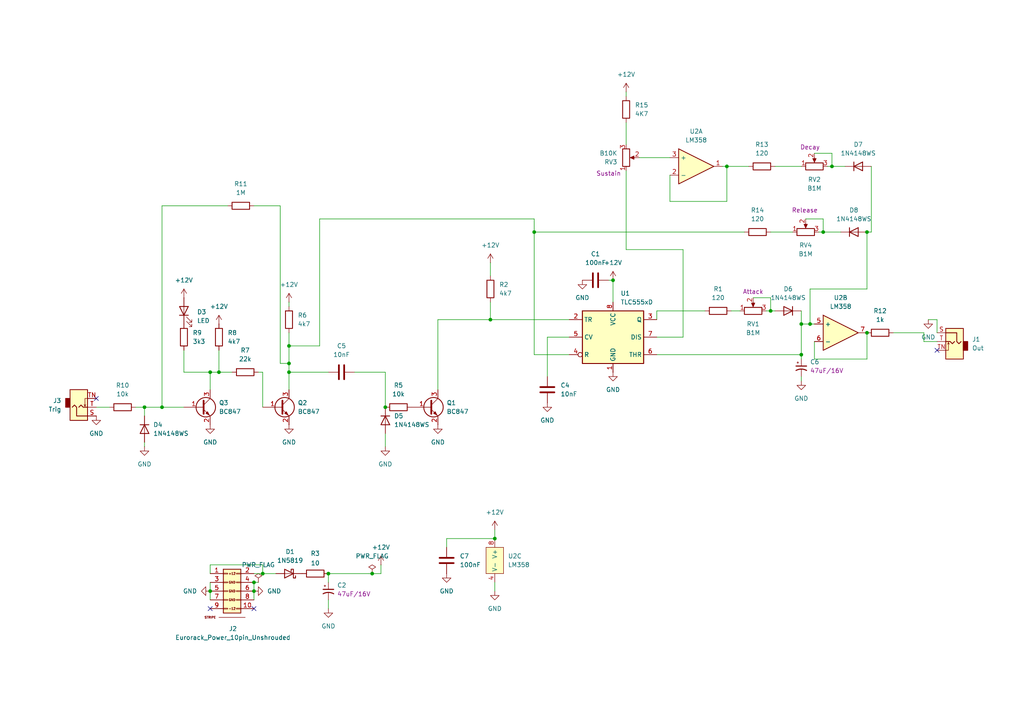
<source format=kicad_sch>
(kicad_sch
	(version 20231120)
	(generator "eeschema")
	(generator_version "8.0")
	(uuid "ca360145-ae4b-41bc-bd13-c8d35a7aedaa")
	(paper "A4")
	(lib_symbols
		(symbol "Connector_Audio:AudioJack2_SwitchT"
			(exclude_from_sim no)
			(in_bom yes)
			(on_board yes)
			(property "Reference" "J"
				(at 0 8.89 0)
				(effects
					(font
						(size 1.27 1.27)
					)
				)
			)
			(property "Value" "AudioJack2_SwitchT"
				(at 0 6.35 0)
				(effects
					(font
						(size 1.27 1.27)
					)
				)
			)
			(property "Footprint" ""
				(at 0 0 0)
				(effects
					(font
						(size 1.27 1.27)
					)
					(hide yes)
				)
			)
			(property "Datasheet" "~"
				(at 0 0 0)
				(effects
					(font
						(size 1.27 1.27)
					)
					(hide yes)
				)
			)
			(property "Description" "Audio Jack, 2 Poles (Mono / TS), Switched T Pole (Normalling)"
				(at 0 0 0)
				(effects
					(font
						(size 1.27 1.27)
					)
					(hide yes)
				)
			)
			(property "ki_keywords" "audio jack receptacle mono headphones phone TS connector"
				(at 0 0 0)
				(effects
					(font
						(size 1.27 1.27)
					)
					(hide yes)
				)
			)
			(property "ki_fp_filters" "Jack*"
				(at 0 0 0)
				(effects
					(font
						(size 1.27 1.27)
					)
					(hide yes)
				)
			)
			(symbol "AudioJack2_SwitchT_0_1"
				(rectangle
					(start -2.54 0)
					(end -3.81 -2.54)
					(stroke
						(width 0.254)
						(type default)
					)
					(fill
						(type outline)
					)
				)
				(polyline
					(pts
						(xy 1.778 -0.254) (xy 2.032 -0.762)
					)
					(stroke
						(width 0)
						(type default)
					)
					(fill
						(type none)
					)
				)
				(polyline
					(pts
						(xy 0 0) (xy 0.635 -0.635) (xy 1.27 0) (xy 2.54 0)
					)
					(stroke
						(width 0.254)
						(type default)
					)
					(fill
						(type none)
					)
				)
				(polyline
					(pts
						(xy 2.54 -2.54) (xy 1.778 -2.54) (xy 1.778 -0.254) (xy 1.524 -0.762)
					)
					(stroke
						(width 0)
						(type default)
					)
					(fill
						(type none)
					)
				)
				(polyline
					(pts
						(xy 2.54 2.54) (xy -0.635 2.54) (xy -0.635 0) (xy -1.27 -0.635) (xy -1.905 0)
					)
					(stroke
						(width 0.254)
						(type default)
					)
					(fill
						(type none)
					)
				)
				(rectangle
					(start 2.54 3.81)
					(end -2.54 -5.08)
					(stroke
						(width 0.254)
						(type default)
					)
					(fill
						(type background)
					)
				)
			)
			(symbol "AudioJack2_SwitchT_1_1"
				(pin passive line
					(at 5.08 2.54 180)
					(length 2.54)
					(name "~"
						(effects
							(font
								(size 1.27 1.27)
							)
						)
					)
					(number "S"
						(effects
							(font
								(size 1.27 1.27)
							)
						)
					)
				)
				(pin passive line
					(at 5.08 0 180)
					(length 2.54)
					(name "~"
						(effects
							(font
								(size 1.27 1.27)
							)
						)
					)
					(number "T"
						(effects
							(font
								(size 1.27 1.27)
							)
						)
					)
				)
				(pin passive line
					(at 5.08 -2.54 180)
					(length 2.54)
					(name "~"
						(effects
							(font
								(size 1.27 1.27)
							)
						)
					)
					(number "TN"
						(effects
							(font
								(size 1.27 1.27)
							)
						)
					)
				)
			)
		)
		(symbol "Device:C"
			(pin_numbers hide)
			(pin_names
				(offset 0.254)
			)
			(exclude_from_sim no)
			(in_bom yes)
			(on_board yes)
			(property "Reference" "C"
				(at 0.635 2.54 0)
				(effects
					(font
						(size 1.27 1.27)
					)
					(justify left)
				)
			)
			(property "Value" "C"
				(at 0.635 -2.54 0)
				(effects
					(font
						(size 1.27 1.27)
					)
					(justify left)
				)
			)
			(property "Footprint" ""
				(at 0.9652 -3.81 0)
				(effects
					(font
						(size 1.27 1.27)
					)
					(hide yes)
				)
			)
			(property "Datasheet" "~"
				(at 0 0 0)
				(effects
					(font
						(size 1.27 1.27)
					)
					(hide yes)
				)
			)
			(property "Description" "Unpolarized capacitor"
				(at 0 0 0)
				(effects
					(font
						(size 1.27 1.27)
					)
					(hide yes)
				)
			)
			(property "ki_keywords" "cap capacitor"
				(at 0 0 0)
				(effects
					(font
						(size 1.27 1.27)
					)
					(hide yes)
				)
			)
			(property "ki_fp_filters" "C_*"
				(at 0 0 0)
				(effects
					(font
						(size 1.27 1.27)
					)
					(hide yes)
				)
			)
			(symbol "C_0_1"
				(polyline
					(pts
						(xy -2.032 -0.762) (xy 2.032 -0.762)
					)
					(stroke
						(width 0.508)
						(type default)
					)
					(fill
						(type none)
					)
				)
				(polyline
					(pts
						(xy -2.032 0.762) (xy 2.032 0.762)
					)
					(stroke
						(width 0.508)
						(type default)
					)
					(fill
						(type none)
					)
				)
			)
			(symbol "C_1_1"
				(pin passive line
					(at 0 3.81 270)
					(length 2.794)
					(name "~"
						(effects
							(font
								(size 1.27 1.27)
							)
						)
					)
					(number "1"
						(effects
							(font
								(size 1.27 1.27)
							)
						)
					)
				)
				(pin passive line
					(at 0 -3.81 90)
					(length 2.794)
					(name "~"
						(effects
							(font
								(size 1.27 1.27)
							)
						)
					)
					(number "2"
						(effects
							(font
								(size 1.27 1.27)
							)
						)
					)
				)
			)
		)
		(symbol "Device:LED"
			(pin_numbers hide)
			(pin_names
				(offset 1.016) hide)
			(exclude_from_sim no)
			(in_bom yes)
			(on_board yes)
			(property "Reference" "D"
				(at 0 2.54 0)
				(effects
					(font
						(size 1.27 1.27)
					)
				)
			)
			(property "Value" "LED"
				(at 0 -2.54 0)
				(effects
					(font
						(size 1.27 1.27)
					)
				)
			)
			(property "Footprint" ""
				(at 0 0 0)
				(effects
					(font
						(size 1.27 1.27)
					)
					(hide yes)
				)
			)
			(property "Datasheet" "~"
				(at 0 0 0)
				(effects
					(font
						(size 1.27 1.27)
					)
					(hide yes)
				)
			)
			(property "Description" "Light emitting diode"
				(at 0 0 0)
				(effects
					(font
						(size 1.27 1.27)
					)
					(hide yes)
				)
			)
			(property "ki_keywords" "LED diode"
				(at 0 0 0)
				(effects
					(font
						(size 1.27 1.27)
					)
					(hide yes)
				)
			)
			(property "ki_fp_filters" "LED* LED_SMD:* LED_THT:*"
				(at 0 0 0)
				(effects
					(font
						(size 1.27 1.27)
					)
					(hide yes)
				)
			)
			(symbol "LED_0_1"
				(polyline
					(pts
						(xy -1.27 -1.27) (xy -1.27 1.27)
					)
					(stroke
						(width 0.254)
						(type default)
					)
					(fill
						(type none)
					)
				)
				(polyline
					(pts
						(xy -1.27 0) (xy 1.27 0)
					)
					(stroke
						(width 0)
						(type default)
					)
					(fill
						(type none)
					)
				)
				(polyline
					(pts
						(xy 1.27 -1.27) (xy 1.27 1.27) (xy -1.27 0) (xy 1.27 -1.27)
					)
					(stroke
						(width 0.254)
						(type default)
					)
					(fill
						(type none)
					)
				)
				(polyline
					(pts
						(xy -3.048 -0.762) (xy -4.572 -2.286) (xy -3.81 -2.286) (xy -4.572 -2.286) (xy -4.572 -1.524)
					)
					(stroke
						(width 0)
						(type default)
					)
					(fill
						(type none)
					)
				)
				(polyline
					(pts
						(xy -1.778 -0.762) (xy -3.302 -2.286) (xy -2.54 -2.286) (xy -3.302 -2.286) (xy -3.302 -1.524)
					)
					(stroke
						(width 0)
						(type default)
					)
					(fill
						(type none)
					)
				)
			)
			(symbol "LED_1_1"
				(pin passive line
					(at -3.81 0 0)
					(length 2.54)
					(name "K"
						(effects
							(font
								(size 1.27 1.27)
							)
						)
					)
					(number "1"
						(effects
							(font
								(size 1.27 1.27)
							)
						)
					)
				)
				(pin passive line
					(at 3.81 0 180)
					(length 2.54)
					(name "A"
						(effects
							(font
								(size 1.27 1.27)
							)
						)
					)
					(number "2"
						(effects
							(font
								(size 1.27 1.27)
							)
						)
					)
				)
			)
		)
		(symbol "Device:R"
			(pin_numbers hide)
			(pin_names
				(offset 0)
			)
			(exclude_from_sim no)
			(in_bom yes)
			(on_board yes)
			(property "Reference" "R"
				(at 2.032 0 90)
				(effects
					(font
						(size 1.27 1.27)
					)
				)
			)
			(property "Value" "R"
				(at 0 0 90)
				(effects
					(font
						(size 1.27 1.27)
					)
				)
			)
			(property "Footprint" ""
				(at -1.778 0 90)
				(effects
					(font
						(size 1.27 1.27)
					)
					(hide yes)
				)
			)
			(property "Datasheet" "~"
				(at 0 0 0)
				(effects
					(font
						(size 1.27 1.27)
					)
					(hide yes)
				)
			)
			(property "Description" "Resistor"
				(at 0 0 0)
				(effects
					(font
						(size 1.27 1.27)
					)
					(hide yes)
				)
			)
			(property "ki_keywords" "R res resistor"
				(at 0 0 0)
				(effects
					(font
						(size 1.27 1.27)
					)
					(hide yes)
				)
			)
			(property "ki_fp_filters" "R_*"
				(at 0 0 0)
				(effects
					(font
						(size 1.27 1.27)
					)
					(hide yes)
				)
			)
			(symbol "R_0_1"
				(rectangle
					(start -1.016 -2.54)
					(end 1.016 2.54)
					(stroke
						(width 0.254)
						(type default)
					)
					(fill
						(type none)
					)
				)
			)
			(symbol "R_1_1"
				(pin passive line
					(at 0 3.81 270)
					(length 1.27)
					(name "~"
						(effects
							(font
								(size 1.27 1.27)
							)
						)
					)
					(number "1"
						(effects
							(font
								(size 1.27 1.27)
							)
						)
					)
				)
				(pin passive line
					(at 0 -3.81 90)
					(length 1.27)
					(name "~"
						(effects
							(font
								(size 1.27 1.27)
							)
						)
					)
					(number "2"
						(effects
							(font
								(size 1.27 1.27)
							)
						)
					)
				)
			)
		)
		(symbol "Device:R_Potentiometer"
			(pin_names
				(offset 1.016) hide)
			(exclude_from_sim no)
			(in_bom yes)
			(on_board yes)
			(property "Reference" "RV"
				(at -4.445 0 90)
				(effects
					(font
						(size 1.27 1.27)
					)
				)
			)
			(property "Value" "R_Potentiometer"
				(at -2.54 0 90)
				(effects
					(font
						(size 1.27 1.27)
					)
				)
			)
			(property "Footprint" ""
				(at 0 0 0)
				(effects
					(font
						(size 1.27 1.27)
					)
					(hide yes)
				)
			)
			(property "Datasheet" "~"
				(at 0 0 0)
				(effects
					(font
						(size 1.27 1.27)
					)
					(hide yes)
				)
			)
			(property "Description" "Potentiometer"
				(at 0 0 0)
				(effects
					(font
						(size 1.27 1.27)
					)
					(hide yes)
				)
			)
			(property "ki_keywords" "resistor variable"
				(at 0 0 0)
				(effects
					(font
						(size 1.27 1.27)
					)
					(hide yes)
				)
			)
			(property "ki_fp_filters" "Potentiometer*"
				(at 0 0 0)
				(effects
					(font
						(size 1.27 1.27)
					)
					(hide yes)
				)
			)
			(symbol "R_Potentiometer_0_1"
				(polyline
					(pts
						(xy 2.54 0) (xy 1.524 0)
					)
					(stroke
						(width 0)
						(type default)
					)
					(fill
						(type none)
					)
				)
				(polyline
					(pts
						(xy 1.143 0) (xy 2.286 0.508) (xy 2.286 -0.508) (xy 1.143 0)
					)
					(stroke
						(width 0)
						(type default)
					)
					(fill
						(type outline)
					)
				)
				(rectangle
					(start 1.016 2.54)
					(end -1.016 -2.54)
					(stroke
						(width 0.254)
						(type default)
					)
					(fill
						(type none)
					)
				)
			)
			(symbol "R_Potentiometer_1_1"
				(pin passive line
					(at 0 3.81 270)
					(length 1.27)
					(name "1"
						(effects
							(font
								(size 1.27 1.27)
							)
						)
					)
					(number "1"
						(effects
							(font
								(size 1.27 1.27)
							)
						)
					)
				)
				(pin passive line
					(at 3.81 0 180)
					(length 1.27)
					(name "2"
						(effects
							(font
								(size 1.27 1.27)
							)
						)
					)
					(number "2"
						(effects
							(font
								(size 1.27 1.27)
							)
						)
					)
				)
				(pin passive line
					(at 0 -3.81 90)
					(length 1.27)
					(name "3"
						(effects
							(font
								(size 1.27 1.27)
							)
						)
					)
					(number "3"
						(effects
							(font
								(size 1.27 1.27)
							)
						)
					)
				)
			)
		)
		(symbol "Diode:1N4148WS"
			(pin_numbers hide)
			(pin_names hide)
			(exclude_from_sim no)
			(in_bom yes)
			(on_board yes)
			(property "Reference" "D"
				(at 0 2.54 0)
				(effects
					(font
						(size 1.27 1.27)
					)
				)
			)
			(property "Value" "1N4148WS"
				(at 0 -2.54 0)
				(effects
					(font
						(size 1.27 1.27)
					)
				)
			)
			(property "Footprint" "Diode_SMD:D_SOD-323"
				(at 0 -4.445 0)
				(effects
					(font
						(size 1.27 1.27)
					)
					(hide yes)
				)
			)
			(property "Datasheet" "https://www.vishay.com/docs/85751/1n4148ws.pdf"
				(at 0 0 0)
				(effects
					(font
						(size 1.27 1.27)
					)
					(hide yes)
				)
			)
			(property "Description" "75V 0.15A Fast switching Diode, SOD-323"
				(at 0 0 0)
				(effects
					(font
						(size 1.27 1.27)
					)
					(hide yes)
				)
			)
			(property "Sim.Device" "D"
				(at 0 0 0)
				(effects
					(font
						(size 1.27 1.27)
					)
					(hide yes)
				)
			)
			(property "Sim.Pins" "1=K 2=A"
				(at 0 0 0)
				(effects
					(font
						(size 1.27 1.27)
					)
					(hide yes)
				)
			)
			(property "ki_keywords" "diode"
				(at 0 0 0)
				(effects
					(font
						(size 1.27 1.27)
					)
					(hide yes)
				)
			)
			(property "ki_fp_filters" "D*SOD?323*"
				(at 0 0 0)
				(effects
					(font
						(size 1.27 1.27)
					)
					(hide yes)
				)
			)
			(symbol "1N4148WS_0_1"
				(polyline
					(pts
						(xy -1.27 1.27) (xy -1.27 -1.27)
					)
					(stroke
						(width 0.254)
						(type default)
					)
					(fill
						(type none)
					)
				)
				(polyline
					(pts
						(xy 1.27 0) (xy -1.27 0)
					)
					(stroke
						(width 0)
						(type default)
					)
					(fill
						(type none)
					)
				)
				(polyline
					(pts
						(xy 1.27 1.27) (xy 1.27 -1.27) (xy -1.27 0) (xy 1.27 1.27)
					)
					(stroke
						(width 0.254)
						(type default)
					)
					(fill
						(type none)
					)
				)
			)
			(symbol "1N4148WS_1_1"
				(pin passive line
					(at -3.81 0 0)
					(length 2.54)
					(name "K"
						(effects
							(font
								(size 1.27 1.27)
							)
						)
					)
					(number "1"
						(effects
							(font
								(size 1.27 1.27)
							)
						)
					)
				)
				(pin passive line
					(at 3.81 0 180)
					(length 2.54)
					(name "A"
						(effects
							(font
								(size 1.27 1.27)
							)
						)
					)
					(number "2"
						(effects
							(font
								(size 1.27 1.27)
							)
						)
					)
				)
			)
		)
		(symbol "Diode:1N5819"
			(pin_numbers hide)
			(pin_names
				(offset 1.016) hide)
			(exclude_from_sim no)
			(in_bom yes)
			(on_board yes)
			(property "Reference" "D"
				(at 0 2.54 0)
				(effects
					(font
						(size 1.27 1.27)
					)
				)
			)
			(property "Value" "1N5819"
				(at 0 -2.54 0)
				(effects
					(font
						(size 1.27 1.27)
					)
				)
			)
			(property "Footprint" "Diode_THT:D_DO-41_SOD81_P10.16mm_Horizontal"
				(at 0 -4.445 0)
				(effects
					(font
						(size 1.27 1.27)
					)
					(hide yes)
				)
			)
			(property "Datasheet" "http://www.vishay.com/docs/88525/1n5817.pdf"
				(at 0 0 0)
				(effects
					(font
						(size 1.27 1.27)
					)
					(hide yes)
				)
			)
			(property "Description" "40V 1A Schottky Barrier Rectifier Diode, DO-41"
				(at 0 0 0)
				(effects
					(font
						(size 1.27 1.27)
					)
					(hide yes)
				)
			)
			(property "ki_keywords" "diode Schottky"
				(at 0 0 0)
				(effects
					(font
						(size 1.27 1.27)
					)
					(hide yes)
				)
			)
			(property "ki_fp_filters" "D*DO?41*"
				(at 0 0 0)
				(effects
					(font
						(size 1.27 1.27)
					)
					(hide yes)
				)
			)
			(symbol "1N5819_0_1"
				(polyline
					(pts
						(xy 1.27 0) (xy -1.27 0)
					)
					(stroke
						(width 0)
						(type default)
					)
					(fill
						(type none)
					)
				)
				(polyline
					(pts
						(xy 1.27 1.27) (xy 1.27 -1.27) (xy -1.27 0) (xy 1.27 1.27)
					)
					(stroke
						(width 0.254)
						(type default)
					)
					(fill
						(type none)
					)
				)
				(polyline
					(pts
						(xy -1.905 0.635) (xy -1.905 1.27) (xy -1.27 1.27) (xy -1.27 -1.27) (xy -0.635 -1.27) (xy -0.635 -0.635)
					)
					(stroke
						(width 0.254)
						(type default)
					)
					(fill
						(type none)
					)
				)
			)
			(symbol "1N5819_1_1"
				(pin passive line
					(at -3.81 0 0)
					(length 2.54)
					(name "K"
						(effects
							(font
								(size 1.27 1.27)
							)
						)
					)
					(number "1"
						(effects
							(font
								(size 1.27 1.27)
							)
						)
					)
				)
				(pin passive line
					(at 3.81 0 180)
					(length 2.54)
					(name "A"
						(effects
							(font
								(size 1.27 1.27)
							)
						)
					)
					(number "2"
						(effects
							(font
								(size 1.27 1.27)
							)
						)
					)
				)
			)
		)
		(symbol "PCM_4ms_Capacitor:47uF_5x5.3_16V"
			(pin_numbers hide)
			(pin_names
				(offset 0.254) hide)
			(exclude_from_sim no)
			(in_bom yes)
			(on_board yes)
			(property "Reference" "C"
				(at 1.905 1.27 0)
				(effects
					(font
						(size 1.27 1.27)
					)
					(justify left)
				)
			)
			(property "Value" "47uF_5x5.3_16V"
				(at 0 3.81 0)
				(effects
					(font
						(size 1.27 1.27)
					)
					(hide yes)
				)
			)
			(property "Footprint" "4ms_Capacitor:CP_Elec_5x5.3"
				(at -1.905 -4.445 0)
				(effects
					(font
						(size 1.27 1.27)
					)
					(justify left)
					(hide yes)
				)
			)
			(property "Datasheet" ""
				(at 0 0 0)
				(effects
					(font
						(size 1.27 1.27)
					)
					(hide yes)
				)
			)
			(property "Description" "47uF, 16V, 20%, 5.00mmD*5.30mmH, 2000Hrs@85℃"
				(at 0 0 0)
				(effects
					(font
						(size 1.27 1.27)
					)
					(hide yes)
				)
			)
			(property "Specifications" "47uF, 16V, 20%, 5.00mmD*5.30mmH, 2000Hrs@85℃"
				(at -2.54 -7.874 0)
				(effects
					(font
						(size 1.27 1.27)
					)
					(justify left)
					(hide yes)
				)
			)
			(property "Manufacturer" "Lelon"
				(at -2.54 -9.398 0)
				(effects
					(font
						(size 1.27 1.27)
					)
					(justify left)
					(hide yes)
				)
			)
			(property "Part Number" "VE-470M1CTR-0505"
				(at -2.54 -10.922 0)
				(effects
					(font
						(size 1.27 1.27)
					)
					(justify left)
					(hide yes)
				)
			)
			(property "Display" "47uF/16V"
				(at 1.905 -1.27 0)
				(effects
					(font
						(size 1.27 1.27)
					)
					(justify left)
				)
			)
			(property "JLCPCB ID" "C134798"
				(at 0 -12.7 0)
				(effects
					(font
						(size 1.27 1.27)
					)
					(hide yes)
				)
			)
			(property "ki_keywords" "47uF_5x5.3_16V"
				(at 0 0 0)
				(effects
					(font
						(size 1.27 1.27)
					)
					(hide yes)
				)
			)
			(property "ki_fp_filters" "CP_*"
				(at 0 0 0)
				(effects
					(font
						(size 1.27 1.27)
					)
					(hide yes)
				)
			)
			(symbol "47uF_5x5.3_16V_0_1"
				(polyline
					(pts
						(xy -1.524 0.508) (xy 1.524 0.508)
					)
					(stroke
						(width 0.3048)
						(type default)
					)
					(fill
						(type none)
					)
				)
				(polyline
					(pts
						(xy -1.27 1.524) (xy -0.762 1.524)
					)
					(stroke
						(width 0)
						(type default)
					)
					(fill
						(type none)
					)
				)
				(polyline
					(pts
						(xy -1.016 1.27) (xy -1.016 1.778)
					)
					(stroke
						(width 0)
						(type default)
					)
					(fill
						(type none)
					)
				)
				(arc
					(start 1.524 -0.762)
					(mid 0 -0.3734)
					(end -1.524 -0.762)
					(stroke
						(width 0.3048)
						(type default)
					)
					(fill
						(type none)
					)
				)
			)
			(symbol "47uF_5x5.3_16V_1_1"
				(pin passive line
					(at 0 2.54 270)
					(length 2.032)
					(name "~"
						(effects
							(font
								(size 1.27 1.27)
							)
						)
					)
					(number "1"
						(effects
							(font
								(size 1.27 1.27)
							)
						)
					)
				)
				(pin passive line
					(at 0 -2.54 90)
					(length 2.032)
					(name "~"
						(effects
							(font
								(size 1.27 1.27)
							)
						)
					)
					(number "2"
						(effects
							(font
								(size 1.27 1.27)
							)
						)
					)
				)
			)
		)
		(symbol "PCM_4ms_Connector:Eurorack_Power_10pin_Unshrouded"
			(pin_names
				(offset 0.0254) hide)
			(exclude_from_sim no)
			(in_bom yes)
			(on_board yes)
			(property "Reference" "J"
				(at 0 3.81 0)
				(effects
					(font
						(size 1.27 1.27)
					)
				)
			)
			(property "Value" "Eurorack_Power_10pin_Unshrouded"
				(at 0 6.35 0)
				(effects
					(font
						(size 1.27 1.27)
					)
				)
			)
			(property "Footprint" "4ms_Connector:Pins_2x05_2.54mm_TH_Europower"
				(at 2.54 -13.97 0)
				(effects
					(font
						(size 1.27 1.27)
					)
					(hide yes)
				)
			)
			(property "Datasheet" ""
				(at 0 -30.48 0)
				(effects
					(font
						(size 1.27 1.27)
					)
					(hide yes)
				)
			)
			(property "Description" "HEADER 2x5 MALE PINS 0.100” 180deg"
				(at 0 0 0)
				(effects
					(font
						(size 1.27 1.27)
					)
					(hide yes)
				)
			)
			(property "Specifications" "HEADER 2x5 MALE PINS 0.100” 180deg"
				(at 0 -21.59 0)
				(effects
					(font
						(size 1.27 1.27)
					)
					(justify left)
					(hide yes)
				)
			)
			(property "Manufacturer" "TAD"
				(at 0 -19.05 0)
				(effects
					(font
						(size 1.27 1.27)
					)
					(justify left)
					(hide yes)
				)
			)
			(property "Part Number" "1-1002FBV0T"
				(at 0 -16.51 0)
				(effects
					(font
						(size 1.27 1.27)
					)
					(justify left)
					(hide yes)
				)
			)
			(property "ki_keywords" "Eurorack_Power_10pin_Unshrouded"
				(at 0 0 0)
				(effects
					(font
						(size 1.27 1.27)
					)
					(hide yes)
				)
			)
			(property "ki_fp_filters" "Pin_Header_Straight_2X* Pin_Header_Angled_2X* Socket_Strip_Straight_2X* Socket_Strip_Angled_2X* IDC_Header_Straight_*"
				(at 0 0 0)
				(effects
					(font
						(size 1.27 1.27)
					)
					(hide yes)
				)
			)
			(symbol "Eurorack_Power_10pin_Unshrouded_0_0"
				(text "+12"
					(at 0 1.27 0)
					(effects
						(font
							(size 0.635 0.635)
						)
					)
				)
				(text "-12"
					(at 0 -8.89 0)
					(effects
						(font
							(size 0.635 0.635)
						)
					)
				)
				(text "GND"
					(at 0 -6.35 0)
					(effects
						(font
							(size 0.635 0.635)
						)
					)
				)
				(text "GND"
					(at 0 -3.81 0)
					(effects
						(font
							(size 0.635 0.635)
						)
					)
				)
				(text "GND"
					(at 0 -1.27 0)
					(effects
						(font
							(size 0.635 0.635)
						)
					)
				)
				(text "STRIPE"
					(at -6.35 -11.43 0)
					(effects
						(font
							(size 0.635 0.635)
						)
					)
				)
			)
			(symbol "Eurorack_Power_10pin_Unshrouded_0_1"
				(rectangle
					(start -2.54 -10.16)
					(end 2.54 2.54)
					(stroke
						(width 0.254)
						(type default)
					)
					(fill
						(type background)
					)
				)
				(rectangle
					(start -2.54 -8.763)
					(end -1.27 -9.017)
					(stroke
						(width 0)
						(type default)
					)
					(fill
						(type none)
					)
				)
				(rectangle
					(start -2.54 -6.223)
					(end -1.27 -6.477)
					(stroke
						(width 0)
						(type default)
					)
					(fill
						(type none)
					)
				)
				(rectangle
					(start -2.54 -3.683)
					(end -1.27 -3.937)
					(stroke
						(width 0)
						(type default)
					)
					(fill
						(type none)
					)
				)
				(rectangle
					(start -2.54 -1.143)
					(end -1.27 -1.397)
					(stroke
						(width 0)
						(type default)
					)
					(fill
						(type none)
					)
				)
				(rectangle
					(start -2.54 1.397)
					(end -1.27 1.143)
					(stroke
						(width 0)
						(type default)
					)
					(fill
						(type none)
					)
				)
				(polyline
					(pts
						(xy -3.81 -11.43) (xy 3.81 -11.43) (xy 1.27 -11.43)
					)
					(stroke
						(width 0)
						(type default)
					)
					(fill
						(type none)
					)
				)
				(rectangle
					(start 1.27 -8.763)
					(end 2.54 -9.017)
					(stroke
						(width 0)
						(type default)
					)
					(fill
						(type none)
					)
				)
				(rectangle
					(start 1.27 -6.223)
					(end 2.54 -6.477)
					(stroke
						(width 0)
						(type default)
					)
					(fill
						(type none)
					)
				)
				(rectangle
					(start 1.27 -3.683)
					(end 2.54 -3.937)
					(stroke
						(width 0)
						(type default)
					)
					(fill
						(type none)
					)
				)
				(rectangle
					(start 1.27 -1.143)
					(end 2.54 -1.397)
					(stroke
						(width 0)
						(type default)
					)
					(fill
						(type none)
					)
				)
				(rectangle
					(start 1.27 1.397)
					(end 2.54 1.143)
					(stroke
						(width 0)
						(type default)
					)
					(fill
						(type none)
					)
				)
			)
			(symbol "Eurorack_Power_10pin_Unshrouded_1_1"
				(pin passive line
					(at -6.35 1.27 0)
					(length 3.81)
					(name "+12V"
						(effects
							(font
								(size 1.27 1.27)
							)
						)
					)
					(number "1"
						(effects
							(font
								(size 1.27 1.27)
							)
						)
					)
				)
				(pin passive line
					(at 6.35 -8.89 180)
					(length 3.81)
					(name "-12V"
						(effects
							(font
								(size 1.27 1.27)
							)
						)
					)
					(number "10"
						(effects
							(font
								(size 1.27 1.27)
							)
						)
					)
				)
				(pin passive line
					(at 6.35 1.27 180)
					(length 3.81)
					(name "+12V"
						(effects
							(font
								(size 1.27 1.27)
							)
						)
					)
					(number "2"
						(effects
							(font
								(size 1.27 1.27)
							)
						)
					)
				)
				(pin passive line
					(at -6.35 -1.27 0)
					(length 3.81)
					(name "GND"
						(effects
							(font
								(size 1.27 1.27)
							)
						)
					)
					(number "3"
						(effects
							(font
								(size 1.27 1.27)
							)
						)
					)
				)
				(pin passive line
					(at 6.35 -1.27 180)
					(length 3.81)
					(name "GND"
						(effects
							(font
								(size 1.27 1.27)
							)
						)
					)
					(number "4"
						(effects
							(font
								(size 1.27 1.27)
							)
						)
					)
				)
				(pin passive line
					(at -6.35 -3.81 0)
					(length 3.81)
					(name "GND"
						(effects
							(font
								(size 1.27 1.27)
							)
						)
					)
					(number "5"
						(effects
							(font
								(size 1.27 1.27)
							)
						)
					)
				)
				(pin passive line
					(at 6.35 -3.81 180)
					(length 3.81)
					(name "GND"
						(effects
							(font
								(size 1.27 1.27)
							)
						)
					)
					(number "6"
						(effects
							(font
								(size 1.27 1.27)
							)
						)
					)
				)
				(pin passive line
					(at -6.35 -6.35 0)
					(length 3.81)
					(name "GND"
						(effects
							(font
								(size 1.27 1.27)
							)
						)
					)
					(number "7"
						(effects
							(font
								(size 1.27 1.27)
							)
						)
					)
				)
				(pin passive line
					(at 6.35 -6.35 180)
					(length 3.81)
					(name "GND"
						(effects
							(font
								(size 1.27 1.27)
							)
						)
					)
					(number "8"
						(effects
							(font
								(size 1.27 1.27)
							)
						)
					)
				)
				(pin passive line
					(at -6.35 -8.89 0)
					(length 3.81)
					(name "-12V"
						(effects
							(font
								(size 1.27 1.27)
							)
						)
					)
					(number "9"
						(effects
							(font
								(size 1.27 1.27)
							)
						)
					)
				)
			)
		)
		(symbol "PCM_4ms_IC:LM358"
			(exclude_from_sim no)
			(in_bom yes)
			(on_board yes)
			(property "Reference" "U"
				(at 2.54 5.08 0)
				(effects
					(font
						(size 1.27 1.27)
					)
					(justify left)
				)
			)
			(property "Value" "LM358"
				(at 2.54 -3.81 0)
				(effects
					(font
						(size 1.27 1.27)
					)
					(justify left)
				)
			)
			(property "Footprint" "4ms_Package_SSOP:TSSOP-8_4.4x3mm_Pitch0.65mm"
				(at 0 0 0)
				(effects
					(font
						(size 1.27 1.27)
					)
					(hide yes)
				)
			)
			(property "Datasheet" ""
				(at 0 0 0)
				(effects
					(font
						(size 1.27 1.27)
					)
					(hide yes)
				)
			)
			(property "Description" "LM358 Dual Opamp TSSOP-8"
				(at 0 0 0)
				(effects
					(font
						(size 1.27 1.27)
					)
					(hide yes)
				)
			)
			(property "Specifications" "LM358 Dual Opamp"
				(at -2.54 -7.874 0)
				(effects
					(font
						(size 1.27 1.27)
					)
					(justify left)
					(hide yes)
				)
			)
			(property "JLCPCB ID" "C7951"
				(at 0 0 0)
				(effects
					(font
						(size 1.27 1.27)
					)
					(hide yes)
				)
			)
			(property "ki_locked" ""
				(at 0 0 0)
				(effects
					(font
						(size 1.27 1.27)
					)
				)
			)
			(property "ki_keywords" "LM358 TSSOP-8"
				(at 0 0 0)
				(effects
					(font
						(size 1.27 1.27)
					)
					(hide yes)
				)
			)
			(property "ki_fp_filters" "SOIC*Pitch1.27mm* DIP*W7.62mm* TSSOP*Pitch0.65mm* TO-99* DSBGA*"
				(at 0 0 0)
				(effects
					(font
						(size 1.27 1.27)
					)
					(hide yes)
				)
			)
			(symbol "LM358_1_1"
				(polyline
					(pts
						(xy -5.08 5.08) (xy 5.08 0) (xy -5.08 -5.08) (xy -5.08 5.08)
					)
					(stroke
						(width 0.254)
						(type default)
					)
					(fill
						(type background)
					)
				)
				(pin output line
					(at 7.62 0 180)
					(length 2.54)
					(name "~"
						(effects
							(font
								(size 1.27 1.27)
							)
						)
					)
					(number "1"
						(effects
							(font
								(size 1.27 1.27)
							)
						)
					)
				)
				(pin input line
					(at -7.62 -2.54 0)
					(length 2.54)
					(name "-"
						(effects
							(font
								(size 1.27 1.27)
							)
						)
					)
					(number "2"
						(effects
							(font
								(size 1.27 1.27)
							)
						)
					)
				)
				(pin input line
					(at -7.62 2.54 0)
					(length 2.54)
					(name "+"
						(effects
							(font
								(size 1.27 1.27)
							)
						)
					)
					(number "3"
						(effects
							(font
								(size 1.27 1.27)
							)
						)
					)
				)
			)
			(symbol "LM358_2_1"
				(polyline
					(pts
						(xy -5.08 5.08) (xy 5.08 0) (xy -5.08 -5.08) (xy -5.08 5.08)
					)
					(stroke
						(width 0.254)
						(type default)
					)
					(fill
						(type background)
					)
				)
				(pin input line
					(at -7.62 2.54 0)
					(length 2.54)
					(name "+"
						(effects
							(font
								(size 1.27 1.27)
							)
						)
					)
					(number "5"
						(effects
							(font
								(size 1.27 1.27)
							)
						)
					)
				)
				(pin input line
					(at -7.62 -2.54 0)
					(length 2.54)
					(name "-"
						(effects
							(font
								(size 1.27 1.27)
							)
						)
					)
					(number "6"
						(effects
							(font
								(size 1.27 1.27)
							)
						)
					)
				)
				(pin output line
					(at 7.62 0 180)
					(length 2.54)
					(name "~"
						(effects
							(font
								(size 1.27 1.27)
							)
						)
					)
					(number "7"
						(effects
							(font
								(size 1.27 1.27)
							)
						)
					)
				)
			)
			(symbol "LM358_3_1"
				(rectangle
					(start -2.54 3.81)
					(end 2.54 -3.81)
					(stroke
						(width 0)
						(type default)
					)
					(fill
						(type background)
					)
				)
				(pin power_in line
					(at 0 -6.35 90)
					(length 2.54)
					(name "V-"
						(effects
							(font
								(size 1.27 1.27)
							)
						)
					)
					(number "4"
						(effects
							(font
								(size 1.27 1.27)
							)
						)
					)
				)
				(pin power_in line
					(at 0 6.35 270)
					(length 2.54)
					(name "V+"
						(effects
							(font
								(size 1.27 1.27)
							)
						)
					)
					(number "8"
						(effects
							(font
								(size 1.27 1.27)
							)
						)
					)
				)
			)
		)
		(symbol "PCM_4ms_Power-symbol:GND"
			(power)
			(pin_names
				(offset 0)
			)
			(exclude_from_sim no)
			(in_bom yes)
			(on_board yes)
			(property "Reference" "#PWR"
				(at 0 -6.35 0)
				(effects
					(font
						(size 1.27 1.27)
					)
					(hide yes)
				)
			)
			(property "Value" "GND"
				(at 0 -3.81 0)
				(effects
					(font
						(size 1.27 1.27)
					)
				)
			)
			(property "Footprint" ""
				(at 0 0 0)
				(effects
					(font
						(size 1.27 1.27)
					)
					(hide yes)
				)
			)
			(property "Datasheet" ""
				(at 0 0 0)
				(effects
					(font
						(size 1.27 1.27)
					)
					(hide yes)
				)
			)
			(property "Description" ""
				(at 0 0 0)
				(effects
					(font
						(size 1.27 1.27)
					)
					(hide yes)
				)
			)
			(symbol "GND_0_1"
				(polyline
					(pts
						(xy 0 0) (xy 0 -1.27) (xy 1.27 -1.27) (xy 0 -2.54) (xy -1.27 -1.27) (xy 0 -1.27)
					)
					(stroke
						(width 0)
						(type default)
					)
					(fill
						(type none)
					)
				)
			)
			(symbol "GND_1_1"
				(pin power_in line
					(at 0 0 270)
					(length 0) hide
					(name "GND"
						(effects
							(font
								(size 1.27 1.27)
							)
						)
					)
					(number "1"
						(effects
							(font
								(size 1.27 1.27)
							)
						)
					)
				)
			)
		)
		(symbol "Timer:TLC555xD"
			(exclude_from_sim no)
			(in_bom yes)
			(on_board yes)
			(property "Reference" "U"
				(at -10.16 8.89 0)
				(effects
					(font
						(size 1.27 1.27)
					)
					(justify left)
				)
			)
			(property "Value" "TLC555xD"
				(at 2.54 8.89 0)
				(effects
					(font
						(size 1.27 1.27)
					)
					(justify left)
				)
			)
			(property "Footprint" "Package_SO:SOIC-8_3.9x4.9mm_P1.27mm"
				(at 21.59 -10.16 0)
				(effects
					(font
						(size 1.27 1.27)
					)
					(hide yes)
				)
			)
			(property "Datasheet" "http://www.ti.com/lit/ds/symlink/tlc555.pdf"
				(at 21.59 -10.16 0)
				(effects
					(font
						(size 1.27 1.27)
					)
					(hide yes)
				)
			)
			(property "Description" "Single LinCMOS Timer, 555 compatible, SOIC-8"
				(at 0 0 0)
				(effects
					(font
						(size 1.27 1.27)
					)
					(hide yes)
				)
			)
			(property "ki_keywords" "single timer 555"
				(at 0 0 0)
				(effects
					(font
						(size 1.27 1.27)
					)
					(hide yes)
				)
			)
			(property "ki_fp_filters" "SOIC*3.9x4.9mm*P1.27mm*"
				(at 0 0 0)
				(effects
					(font
						(size 1.27 1.27)
					)
					(hide yes)
				)
			)
			(symbol "TLC555xD_0_0"
				(pin power_in line
					(at 0 -10.16 90)
					(length 2.54)
					(name "GND"
						(effects
							(font
								(size 1.27 1.27)
							)
						)
					)
					(number "1"
						(effects
							(font
								(size 1.27 1.27)
							)
						)
					)
				)
				(pin power_in line
					(at 0 10.16 270)
					(length 2.54)
					(name "VCC"
						(effects
							(font
								(size 1.27 1.27)
							)
						)
					)
					(number "8"
						(effects
							(font
								(size 1.27 1.27)
							)
						)
					)
				)
			)
			(symbol "TLC555xD_0_1"
				(rectangle
					(start -8.89 -7.62)
					(end 8.89 7.62)
					(stroke
						(width 0.254)
						(type default)
					)
					(fill
						(type background)
					)
				)
				(rectangle
					(start -8.89 -7.62)
					(end 8.89 7.62)
					(stroke
						(width 0.254)
						(type default)
					)
					(fill
						(type background)
					)
				)
			)
			(symbol "TLC555xD_1_1"
				(pin input line
					(at -12.7 5.08 0)
					(length 3.81)
					(name "TR"
						(effects
							(font
								(size 1.27 1.27)
							)
						)
					)
					(number "2"
						(effects
							(font
								(size 1.27 1.27)
							)
						)
					)
				)
				(pin output line
					(at 12.7 5.08 180)
					(length 3.81)
					(name "Q"
						(effects
							(font
								(size 1.27 1.27)
							)
						)
					)
					(number "3"
						(effects
							(font
								(size 1.27 1.27)
							)
						)
					)
				)
				(pin input inverted
					(at -12.7 -5.08 0)
					(length 3.81)
					(name "R"
						(effects
							(font
								(size 1.27 1.27)
							)
						)
					)
					(number "4"
						(effects
							(font
								(size 1.27 1.27)
							)
						)
					)
				)
				(pin input line
					(at -12.7 0 0)
					(length 3.81)
					(name "CV"
						(effects
							(font
								(size 1.27 1.27)
							)
						)
					)
					(number "5"
						(effects
							(font
								(size 1.27 1.27)
							)
						)
					)
				)
				(pin input line
					(at 12.7 -5.08 180)
					(length 3.81)
					(name "THR"
						(effects
							(font
								(size 1.27 1.27)
							)
						)
					)
					(number "6"
						(effects
							(font
								(size 1.27 1.27)
							)
						)
					)
				)
				(pin input line
					(at 12.7 0 180)
					(length 3.81)
					(name "DIS"
						(effects
							(font
								(size 1.27 1.27)
							)
						)
					)
					(number "7"
						(effects
							(font
								(size 1.27 1.27)
							)
						)
					)
				)
			)
		)
		(symbol "Transistor_BJT:BC847"
			(pin_names
				(offset 0) hide)
			(exclude_from_sim no)
			(in_bom yes)
			(on_board yes)
			(property "Reference" "Q"
				(at 5.08 1.905 0)
				(effects
					(font
						(size 1.27 1.27)
					)
					(justify left)
				)
			)
			(property "Value" "BC847"
				(at 5.08 0 0)
				(effects
					(font
						(size 1.27 1.27)
					)
					(justify left)
				)
			)
			(property "Footprint" "Package_TO_SOT_SMD:SOT-23"
				(at 5.08 -1.905 0)
				(effects
					(font
						(size 1.27 1.27)
						(italic yes)
					)
					(justify left)
					(hide yes)
				)
			)
			(property "Datasheet" "http://www.infineon.com/dgdl/Infineon-BC847SERIES_BC848SERIES_BC849SERIES_BC850SERIES-DS-v01_01-en.pdf?fileId=db3a304314dca389011541d4630a1657"
				(at 0 0 0)
				(effects
					(font
						(size 1.27 1.27)
					)
					(justify left)
					(hide yes)
				)
			)
			(property "Description" "0.1A Ic, 45V Vce, NPN Transistor, SOT-23"
				(at 0 0 0)
				(effects
					(font
						(size 1.27 1.27)
					)
					(hide yes)
				)
			)
			(property "ki_keywords" "NPN Small Signal Transistor"
				(at 0 0 0)
				(effects
					(font
						(size 1.27 1.27)
					)
					(hide yes)
				)
			)
			(property "ki_fp_filters" "SOT?23*"
				(at 0 0 0)
				(effects
					(font
						(size 1.27 1.27)
					)
					(hide yes)
				)
			)
			(symbol "BC847_0_1"
				(polyline
					(pts
						(xy 0.635 0.635) (xy 2.54 2.54)
					)
					(stroke
						(width 0)
						(type default)
					)
					(fill
						(type none)
					)
				)
				(polyline
					(pts
						(xy 0.635 -0.635) (xy 2.54 -2.54) (xy 2.54 -2.54)
					)
					(stroke
						(width 0)
						(type default)
					)
					(fill
						(type none)
					)
				)
				(polyline
					(pts
						(xy 0.635 1.905) (xy 0.635 -1.905) (xy 0.635 -1.905)
					)
					(stroke
						(width 0.508)
						(type default)
					)
					(fill
						(type none)
					)
				)
				(polyline
					(pts
						(xy 1.27 -1.778) (xy 1.778 -1.27) (xy 2.286 -2.286) (xy 1.27 -1.778) (xy 1.27 -1.778)
					)
					(stroke
						(width 0)
						(type default)
					)
					(fill
						(type outline)
					)
				)
				(circle
					(center 1.27 0)
					(radius 2.8194)
					(stroke
						(width 0.254)
						(type default)
					)
					(fill
						(type none)
					)
				)
			)
			(symbol "BC847_1_1"
				(pin input line
					(at -5.08 0 0)
					(length 5.715)
					(name "B"
						(effects
							(font
								(size 1.27 1.27)
							)
						)
					)
					(number "1"
						(effects
							(font
								(size 1.27 1.27)
							)
						)
					)
				)
				(pin passive line
					(at 2.54 -5.08 90)
					(length 2.54)
					(name "E"
						(effects
							(font
								(size 1.27 1.27)
							)
						)
					)
					(number "2"
						(effects
							(font
								(size 1.27 1.27)
							)
						)
					)
				)
				(pin passive line
					(at 2.54 5.08 270)
					(length 2.54)
					(name "C"
						(effects
							(font
								(size 1.27 1.27)
							)
						)
					)
					(number "3"
						(effects
							(font
								(size 1.27 1.27)
							)
						)
					)
				)
			)
		)
		(symbol "power:+12V"
			(power)
			(pin_numbers hide)
			(pin_names
				(offset 0) hide)
			(exclude_from_sim no)
			(in_bom yes)
			(on_board yes)
			(property "Reference" "#PWR"
				(at 0 -3.81 0)
				(effects
					(font
						(size 1.27 1.27)
					)
					(hide yes)
				)
			)
			(property "Value" "+12V"
				(at 0 3.556 0)
				(effects
					(font
						(size 1.27 1.27)
					)
				)
			)
			(property "Footprint" ""
				(at 0 0 0)
				(effects
					(font
						(size 1.27 1.27)
					)
					(hide yes)
				)
			)
			(property "Datasheet" ""
				(at 0 0 0)
				(effects
					(font
						(size 1.27 1.27)
					)
					(hide yes)
				)
			)
			(property "Description" "Power symbol creates a global label with name \"+12V\""
				(at 0 0 0)
				(effects
					(font
						(size 1.27 1.27)
					)
					(hide yes)
				)
			)
			(property "ki_keywords" "global power"
				(at 0 0 0)
				(effects
					(font
						(size 1.27 1.27)
					)
					(hide yes)
				)
			)
			(symbol "+12V_0_1"
				(polyline
					(pts
						(xy -0.762 1.27) (xy 0 2.54)
					)
					(stroke
						(width 0)
						(type default)
					)
					(fill
						(type none)
					)
				)
				(polyline
					(pts
						(xy 0 0) (xy 0 2.54)
					)
					(stroke
						(width 0)
						(type default)
					)
					(fill
						(type none)
					)
				)
				(polyline
					(pts
						(xy 0 2.54) (xy 0.762 1.27)
					)
					(stroke
						(width 0)
						(type default)
					)
					(fill
						(type none)
					)
				)
			)
			(symbol "+12V_1_1"
				(pin power_in line
					(at 0 0 90)
					(length 0)
					(name "~"
						(effects
							(font
								(size 1.27 1.27)
							)
						)
					)
					(number "1"
						(effects
							(font
								(size 1.27 1.27)
							)
						)
					)
				)
			)
		)
		(symbol "power:GND"
			(power)
			(pin_numbers hide)
			(pin_names
				(offset 0) hide)
			(exclude_from_sim no)
			(in_bom yes)
			(on_board yes)
			(property "Reference" "#PWR"
				(at 0 -6.35 0)
				(effects
					(font
						(size 1.27 1.27)
					)
					(hide yes)
				)
			)
			(property "Value" "GND"
				(at 0 -3.81 0)
				(effects
					(font
						(size 1.27 1.27)
					)
				)
			)
			(property "Footprint" ""
				(at 0 0 0)
				(effects
					(font
						(size 1.27 1.27)
					)
					(hide yes)
				)
			)
			(property "Datasheet" ""
				(at 0 0 0)
				(effects
					(font
						(size 1.27 1.27)
					)
					(hide yes)
				)
			)
			(property "Description" "Power symbol creates a global label with name \"GND\" , ground"
				(at 0 0 0)
				(effects
					(font
						(size 1.27 1.27)
					)
					(hide yes)
				)
			)
			(property "ki_keywords" "global power"
				(at 0 0 0)
				(effects
					(font
						(size 1.27 1.27)
					)
					(hide yes)
				)
			)
			(symbol "GND_0_1"
				(polyline
					(pts
						(xy 0 0) (xy 0 -1.27) (xy 1.27 -1.27) (xy 0 -2.54) (xy -1.27 -1.27) (xy 0 -1.27)
					)
					(stroke
						(width 0)
						(type default)
					)
					(fill
						(type none)
					)
				)
			)
			(symbol "GND_1_1"
				(pin power_in line
					(at 0 0 270)
					(length 0)
					(name "~"
						(effects
							(font
								(size 1.27 1.27)
							)
						)
					)
					(number "1"
						(effects
							(font
								(size 1.27 1.27)
							)
						)
					)
				)
			)
		)
		(symbol "power:PWR_FLAG"
			(power)
			(pin_numbers hide)
			(pin_names
				(offset 0) hide)
			(exclude_from_sim no)
			(in_bom yes)
			(on_board yes)
			(property "Reference" "#FLG"
				(at 0 1.905 0)
				(effects
					(font
						(size 1.27 1.27)
					)
					(hide yes)
				)
			)
			(property "Value" "PWR_FLAG"
				(at 0 3.81 0)
				(effects
					(font
						(size 1.27 1.27)
					)
				)
			)
			(property "Footprint" ""
				(at 0 0 0)
				(effects
					(font
						(size 1.27 1.27)
					)
					(hide yes)
				)
			)
			(property "Datasheet" "~"
				(at 0 0 0)
				(effects
					(font
						(size 1.27 1.27)
					)
					(hide yes)
				)
			)
			(property "Description" "Special symbol for telling ERC where power comes from"
				(at 0 0 0)
				(effects
					(font
						(size 1.27 1.27)
					)
					(hide yes)
				)
			)
			(property "ki_keywords" "flag power"
				(at 0 0 0)
				(effects
					(font
						(size 1.27 1.27)
					)
					(hide yes)
				)
			)
			(symbol "PWR_FLAG_0_0"
				(pin power_out line
					(at 0 0 90)
					(length 0)
					(name "~"
						(effects
							(font
								(size 1.27 1.27)
							)
						)
					)
					(number "1"
						(effects
							(font
								(size 1.27 1.27)
							)
						)
					)
				)
			)
			(symbol "PWR_FLAG_0_1"
				(polyline
					(pts
						(xy 0 0) (xy 0 1.27) (xy -1.016 1.905) (xy 0 2.54) (xy 1.016 1.905) (xy 0 1.27)
					)
					(stroke
						(width 0)
						(type default)
					)
					(fill
						(type none)
					)
				)
			)
		)
	)
	(junction
		(at 83.82 100.33)
		(diameter 0)
		(color 0 0 0 0)
		(uuid "0062adab-4ef0-470c-8fa7-b0e945057794")
	)
	(junction
		(at 241.3 48.26)
		(diameter 0)
		(color 0 0 0 0)
		(uuid "0ed5e30d-fd44-4f2e-a4f9-97f6a350b14d")
	)
	(junction
		(at 111.76 118.11)
		(diameter 0)
		(color 0 0 0 0)
		(uuid "15876049-33ad-4537-a9d1-a67b7491e8e8")
	)
	(junction
		(at 251.46 96.52)
		(diameter 0)
		(color 0 0 0 0)
		(uuid "1753365c-a2e6-4d6b-bdf8-c3afbfd2feee")
	)
	(junction
		(at 143.51 156.21)
		(diameter 0)
		(color 0 0 0 0)
		(uuid "229bf686-0b6f-4489-b754-f80ed8d4173b")
	)
	(junction
		(at 60.96 107.95)
		(diameter 0)
		(color 0 0 0 0)
		(uuid "241df3fe-982c-4bbb-b45e-e1d98fe78373")
	)
	(junction
		(at 177.8 81.28)
		(diameter 0)
		(color 0 0 0 0)
		(uuid "24cbae8a-3252-42a6-b223-ad3f5c6849de")
	)
	(junction
		(at 223.52 90.17)
		(diameter 0)
		(color 0 0 0 0)
		(uuid "3489e448-8ca4-4241-bb5b-73e69d4fb7d8")
	)
	(junction
		(at 232.41 93.98)
		(diameter 0)
		(color 0 0 0 0)
		(uuid "392bdc21-fccc-4920-9285-5c7fa2905632")
	)
	(junction
		(at 73.66 171.45)
		(diameter 0)
		(color 0 0 0 0)
		(uuid "3a2efcd8-5199-4299-a021-1505bc2aeb0a")
	)
	(junction
		(at 154.94 67.31)
		(diameter 0)
		(color 0 0 0 0)
		(uuid "4a01a14b-7ce2-4453-a76e-4abb0621ab41")
	)
	(junction
		(at 46.99 118.11)
		(diameter 0)
		(color 0 0 0 0)
		(uuid "58c16d21-b27c-494c-b0e8-34e561a46ef7")
	)
	(junction
		(at 76.2 166.37)
		(diameter 0)
		(color 0 0 0 0)
		(uuid "5ce7d8cc-b7c2-4f2f-8d6c-f84453e44ce2")
	)
	(junction
		(at 238.76 67.31)
		(diameter 0)
		(color 0 0 0 0)
		(uuid "6895afce-3f04-429d-af75-85b7f9e9549b")
	)
	(junction
		(at 73.66 168.91)
		(diameter 0)
		(color 0 0 0 0)
		(uuid "80ae756e-af8a-4993-a11b-1d680ab4abe5")
	)
	(junction
		(at 83.82 107.95)
		(diameter 0)
		(color 0 0 0 0)
		(uuid "889122f0-595a-4e0d-8835-9a367bf7224f")
	)
	(junction
		(at 142.24 92.71)
		(diameter 0)
		(color 0 0 0 0)
		(uuid "8d9f6768-4eef-4a47-bc24-9173086c2207")
	)
	(junction
		(at 232.41 102.87)
		(diameter 0)
		(color 0 0 0 0)
		(uuid "96312d0e-a203-4d15-a8df-934e031d80de")
	)
	(junction
		(at 95.25 166.37)
		(diameter 0)
		(color 0 0 0 0)
		(uuid "aa5c0ffc-962a-4511-a1bf-888863a9857b")
	)
	(junction
		(at 107.95 166.37)
		(diameter 0)
		(color 0 0 0 0)
		(uuid "b4314635-2686-461a-b44b-e5183a445b2e")
	)
	(junction
		(at 251.46 67.31)
		(diameter 0)
		(color 0 0 0 0)
		(uuid "c540be55-b135-418c-8a3f-c5cd7f65d8bc")
	)
	(junction
		(at 234.95 93.98)
		(diameter 0)
		(color 0 0 0 0)
		(uuid "d36701cf-a7c5-40dc-8c49-a01218f2aa19")
	)
	(junction
		(at 63.5 107.95)
		(diameter 0)
		(color 0 0 0 0)
		(uuid "dc441d84-d2ed-4bf3-bf7b-0eb56d4cb78a")
	)
	(junction
		(at 83.82 105.41)
		(diameter 0)
		(color 0 0 0 0)
		(uuid "e1813c7e-0164-4797-b132-20cf0229951a")
	)
	(junction
		(at 41.91 118.11)
		(diameter 0)
		(color 0 0 0 0)
		(uuid "e2d4bdf4-a36b-4a97-a57b-256c036b1763")
	)
	(junction
		(at 210.82 48.26)
		(diameter 0)
		(color 0 0 0 0)
		(uuid "ed6f27ce-db69-4fc6-aaec-3d09ed713728")
	)
	(junction
		(at 60.96 171.45)
		(diameter 0)
		(color 0 0 0 0)
		(uuid "f7620298-888f-4664-adec-63f7323a40af")
	)
	(no_connect
		(at 271.78 101.6)
		(uuid "0b24f0e9-8ea1-4671-bce9-341fcc5ad21e")
	)
	(no_connect
		(at 73.66 176.53)
		(uuid "3d671a82-b65e-4676-9674-444ce15444af")
	)
	(no_connect
		(at 328.93 83.82)
		(uuid "9efb6857-f3c7-4642-989e-36aea3cc0f51")
	)
	(no_connect
		(at 27.94 115.57)
		(uuid "acc9505e-2990-4f68-be80-3cf101702d5d")
	)
	(no_connect
		(at 60.96 176.53)
		(uuid "bf2f8a97-88b7-4677-b901-0c8456175c38")
	)
	(wire
		(pts
			(xy 224.79 48.26) (xy 232.41 48.26)
		)
		(stroke
			(width 0)
			(type default)
		)
		(uuid "01e9993c-5c74-451e-90d6-ec3302aa78ef")
	)
	(wire
		(pts
			(xy 129.54 156.21) (xy 129.54 158.75)
		)
		(stroke
			(width 0)
			(type default)
		)
		(uuid "041d7dcc-a1da-4b63-b286-36d0207fa654")
	)
	(wire
		(pts
			(xy 198.12 97.79) (xy 190.5 97.79)
		)
		(stroke
			(width 0)
			(type default)
		)
		(uuid "0501218c-7754-49d7-a2e6-cfeea24ba8ab")
	)
	(wire
		(pts
			(xy 232.41 109.22) (xy 232.41 110.49)
		)
		(stroke
			(width 0)
			(type default)
		)
		(uuid "05df955a-f432-4e9a-bb83-6dc316fccfc1")
	)
	(wire
		(pts
			(xy 251.46 104.14) (xy 251.46 96.52)
		)
		(stroke
			(width 0)
			(type default)
		)
		(uuid "0679a09e-91a5-4bca-8e0e-37863f39e139")
	)
	(wire
		(pts
			(xy 241.3 44.45) (xy 241.3 48.26)
		)
		(stroke
			(width 0)
			(type default)
		)
		(uuid "0aaae39c-de90-4b92-a377-9d1546282d01")
	)
	(wire
		(pts
			(xy 232.41 102.87) (xy 232.41 93.98)
		)
		(stroke
			(width 0)
			(type default)
		)
		(uuid "0bffc421-54ad-49eb-b0c8-96e6242a1ed5")
	)
	(wire
		(pts
			(xy 177.8 87.63) (xy 177.8 81.28)
		)
		(stroke
			(width 0)
			(type default)
		)
		(uuid "0c51abe4-92dd-41f3-a66c-4dd1ac38097d")
	)
	(wire
		(pts
			(xy 241.3 48.26) (xy 245.11 48.26)
		)
		(stroke
			(width 0)
			(type default)
		)
		(uuid "0dceba48-a535-40fb-bb25-d18444f7deeb")
	)
	(wire
		(pts
			(xy 102.87 107.95) (xy 111.76 107.95)
		)
		(stroke
			(width 0)
			(type default)
		)
		(uuid "0ebd7e98-5732-45e7-93fe-36cfac35fb9b")
	)
	(wire
		(pts
			(xy 95.25 173.99) (xy 95.25 176.53)
		)
		(stroke
			(width 0)
			(type default)
		)
		(uuid "119aa044-f9ba-48e2-a475-5ee08f8ff5ff")
	)
	(wire
		(pts
			(xy 92.71 100.33) (xy 83.82 100.33)
		)
		(stroke
			(width 0)
			(type default)
		)
		(uuid "17b51c97-668e-483a-b757-e4ee39cf9a1a")
	)
	(wire
		(pts
			(xy 111.76 107.95) (xy 111.76 118.11)
		)
		(stroke
			(width 0)
			(type default)
		)
		(uuid "191d9706-728d-42f8-8f3b-283ee5485c40")
	)
	(wire
		(pts
			(xy 60.96 168.91) (xy 60.96 171.45)
		)
		(stroke
			(width 0)
			(type default)
		)
		(uuid "19444270-6e19-4195-8228-dd26738c363b")
	)
	(wire
		(pts
			(xy 236.22 99.06) (xy 236.22 104.14)
		)
		(stroke
			(width 0)
			(type default)
		)
		(uuid "1b7627e9-5c6a-419e-ac74-a54829e13b07")
	)
	(wire
		(pts
			(xy 223.52 67.31) (xy 229.87 67.31)
		)
		(stroke
			(width 0)
			(type default)
		)
		(uuid "1c5017a6-a6b9-4e53-8c17-b42b8110d287")
	)
	(wire
		(pts
			(xy 181.61 35.56) (xy 181.61 41.91)
		)
		(stroke
			(width 0)
			(type default)
		)
		(uuid "1ea855fe-627a-49f0-99dd-5f401a3bcb5d")
	)
	(wire
		(pts
			(xy 53.34 107.95) (xy 60.96 107.95)
		)
		(stroke
			(width 0)
			(type default)
		)
		(uuid "218f3a0c-1f0d-49bc-ace2-b3b1a62ced4d")
	)
	(wire
		(pts
			(xy 60.96 171.45) (xy 60.96 173.99)
		)
		(stroke
			(width 0)
			(type default)
		)
		(uuid "22eb0be8-ccac-4c32-9f93-003669288532")
	)
	(wire
		(pts
			(xy 271.78 92.71) (xy 271.78 96.52)
		)
		(stroke
			(width 0)
			(type default)
		)
		(uuid "263e1d52-0686-4234-8ef5-a8095554fa45")
	)
	(wire
		(pts
			(xy 143.51 171.45) (xy 143.51 168.91)
		)
		(stroke
			(width 0)
			(type default)
		)
		(uuid "27beb69b-0bf8-4db4-a353-d1f54f4754f8")
	)
	(wire
		(pts
			(xy 41.91 128.27) (xy 41.91 129.54)
		)
		(stroke
			(width 0)
			(type default)
		)
		(uuid "2be34735-5d72-4297-8d9c-4e64a45ebc56")
	)
	(wire
		(pts
			(xy 95.25 168.91) (xy 95.25 166.37)
		)
		(stroke
			(width 0)
			(type default)
		)
		(uuid "2e6d4fef-7488-4098-9fce-256346ca4278")
	)
	(wire
		(pts
			(xy 154.94 63.5) (xy 92.71 63.5)
		)
		(stroke
			(width 0)
			(type default)
		)
		(uuid "312ac3fa-824c-4f92-8d14-eb0fd74cfd5c")
	)
	(wire
		(pts
			(xy 209.55 48.26) (xy 210.82 48.26)
		)
		(stroke
			(width 0)
			(type default)
		)
		(uuid "330bcd2b-2831-46a9-8e57-90469528a8a9")
	)
	(wire
		(pts
			(xy 41.91 118.11) (xy 41.91 120.65)
		)
		(stroke
			(width 0)
			(type default)
		)
		(uuid "383da3ea-a341-4ec7-9639-188826eebe68")
	)
	(wire
		(pts
			(xy 74.93 168.91) (xy 73.66 168.91)
		)
		(stroke
			(width 0)
			(type default)
		)
		(uuid "38dcdb19-8823-47eb-8275-33bfdf0e9234")
	)
	(wire
		(pts
			(xy 83.82 100.33) (xy 83.82 105.41)
		)
		(stroke
			(width 0)
			(type default)
		)
		(uuid "3aef28ef-2340-4fdd-9c88-bfac5e45ba17")
	)
	(wire
		(pts
			(xy 66.04 59.69) (xy 46.99 59.69)
		)
		(stroke
			(width 0)
			(type default)
		)
		(uuid "3b8b9d54-d46d-4ffd-a8b9-9d846c666806")
	)
	(wire
		(pts
			(xy 222.25 90.17) (xy 223.52 90.17)
		)
		(stroke
			(width 0)
			(type default)
		)
		(uuid "3cf6ea65-cda4-4581-87b4-ae19d486c1e1")
	)
	(wire
		(pts
			(xy 83.82 87.63) (xy 83.82 88.9)
		)
		(stroke
			(width 0)
			(type default)
		)
		(uuid "42fb1055-d51e-4246-9124-70b59d0cc344")
	)
	(wire
		(pts
			(xy 269.24 92.71) (xy 271.78 92.71)
		)
		(stroke
			(width 0)
			(type default)
		)
		(uuid "459a0e0d-f559-4f15-a63e-d4cd561bdf8e")
	)
	(wire
		(pts
			(xy 76.2 107.95) (xy 74.93 107.95)
		)
		(stroke
			(width 0)
			(type default)
		)
		(uuid "46a951a5-083f-4738-970f-5fb166b5c206")
	)
	(wire
		(pts
			(xy 81.28 59.69) (xy 81.28 105.41)
		)
		(stroke
			(width 0)
			(type default)
		)
		(uuid "4d133ddb-62c2-4df6-b27a-454a2875c7c1")
	)
	(wire
		(pts
			(xy 76.2 166.37) (xy 73.66 166.37)
		)
		(stroke
			(width 0)
			(type default)
		)
		(uuid "4fe59773-c50d-4c83-aded-c1062b7d5ea9")
	)
	(wire
		(pts
			(xy 210.82 58.42) (xy 210.82 48.26)
		)
		(stroke
			(width 0)
			(type default)
		)
		(uuid "5136a807-797d-458d-824c-6346e3d73266")
	)
	(wire
		(pts
			(xy 234.95 83.82) (xy 234.95 93.98)
		)
		(stroke
			(width 0)
			(type default)
		)
		(uuid "530db422-0e34-4ed8-b2d8-75d58626a512")
	)
	(wire
		(pts
			(xy 232.41 93.98) (xy 232.41 90.17)
		)
		(stroke
			(width 0)
			(type default)
		)
		(uuid "531cbedc-faf7-498b-913e-942a514dcf0e")
	)
	(wire
		(pts
			(xy 83.82 107.95) (xy 83.82 113.03)
		)
		(stroke
			(width 0)
			(type default)
		)
		(uuid "54b9998b-03a0-4289-bc4b-ab6a315db9ed")
	)
	(wire
		(pts
			(xy 198.12 72.39) (xy 198.12 97.79)
		)
		(stroke
			(width 0)
			(type default)
		)
		(uuid "59c4abe1-95bb-463f-bbea-a69fd5f6865d")
	)
	(wire
		(pts
			(xy 154.94 67.31) (xy 215.9 67.31)
		)
		(stroke
			(width 0)
			(type default)
		)
		(uuid "5f2334d7-c1c7-4b34-ab58-ba3cfe31f242")
	)
	(wire
		(pts
			(xy 81.28 105.41) (xy 83.82 105.41)
		)
		(stroke
			(width 0)
			(type default)
		)
		(uuid "5faabde8-cca2-44c3-82be-cd919e8b5eff")
	)
	(wire
		(pts
			(xy 251.46 67.31) (xy 251.46 83.82)
		)
		(stroke
			(width 0)
			(type default)
		)
		(uuid "615f799c-ff23-42e0-9bc8-0e02cbe0a95f")
	)
	(wire
		(pts
			(xy 165.1 102.87) (xy 154.94 102.87)
		)
		(stroke
			(width 0)
			(type default)
		)
		(uuid "62636b20-0c83-43b0-93c5-a7a53dd37502")
	)
	(wire
		(pts
			(xy 95.25 166.37) (xy 107.95 166.37)
		)
		(stroke
			(width 0)
			(type default)
		)
		(uuid "64fb80ae-1cd5-482d-aa6e-70279f26e9d9")
	)
	(wire
		(pts
			(xy 218.44 86.36) (xy 223.52 86.36)
		)
		(stroke
			(width 0)
			(type default)
		)
		(uuid "655df1f3-9d08-4bae-b220-681c497e3de8")
	)
	(wire
		(pts
			(xy 46.99 59.69) (xy 46.99 118.11)
		)
		(stroke
			(width 0)
			(type default)
		)
		(uuid "656e38e4-8c16-4ebc-a33a-3c71549ddda0")
	)
	(wire
		(pts
			(xy 73.66 168.91) (xy 73.66 171.45)
		)
		(stroke
			(width 0)
			(type default)
		)
		(uuid "6646f692-9630-4b80-9008-f81df6381181")
	)
	(wire
		(pts
			(xy 127 92.71) (xy 142.24 92.71)
		)
		(stroke
			(width 0)
			(type default)
		)
		(uuid "6b3f44b7-8c91-4048-b3d9-f3f219507d53")
	)
	(wire
		(pts
			(xy 238.76 67.31) (xy 243.84 67.31)
		)
		(stroke
			(width 0)
			(type default)
		)
		(uuid "6bfa6254-f1b1-4313-824b-472374971bdf")
	)
	(wire
		(pts
			(xy 212.09 90.17) (xy 214.63 90.17)
		)
		(stroke
			(width 0)
			(type default)
		)
		(uuid "6d017cef-b077-4fb4-8c10-6c039f39487f")
	)
	(wire
		(pts
			(xy 252.73 67.31) (xy 251.46 67.31)
		)
		(stroke
			(width 0)
			(type default)
		)
		(uuid "74c4d05c-c5f3-47da-b02c-09bfd500450e")
	)
	(wire
		(pts
			(xy 236.22 104.14) (xy 251.46 104.14)
		)
		(stroke
			(width 0)
			(type default)
		)
		(uuid "75508695-244d-4446-90f5-353e04fa1307")
	)
	(wire
		(pts
			(xy 223.52 86.36) (xy 223.52 90.17)
		)
		(stroke
			(width 0)
			(type default)
		)
		(uuid "78eac818-b878-492d-b0ce-605afb338763")
	)
	(wire
		(pts
			(xy 165.1 92.71) (xy 142.24 92.71)
		)
		(stroke
			(width 0)
			(type default)
		)
		(uuid "7b82a002-b5e3-4f2d-b50b-bbca8a9ddac5")
	)
	(wire
		(pts
			(xy 154.94 102.87) (xy 154.94 67.31)
		)
		(stroke
			(width 0)
			(type default)
		)
		(uuid "7bf6a4a4-5de5-4bb1-a6b7-97cfdd079817")
	)
	(wire
		(pts
			(xy 142.24 92.71) (xy 142.24 87.63)
		)
		(stroke
			(width 0)
			(type default)
		)
		(uuid "7d906c86-7c5a-424b-84d9-36c16a36498d")
	)
	(wire
		(pts
			(xy 190.5 90.17) (xy 190.5 92.71)
		)
		(stroke
			(width 0)
			(type default)
		)
		(uuid "7ee36731-b957-4e50-ae26-100d7b3734ac")
	)
	(wire
		(pts
			(xy 194.31 58.42) (xy 210.82 58.42)
		)
		(stroke
			(width 0)
			(type default)
		)
		(uuid "807935e5-26cb-43b6-9005-2a60b1268666")
	)
	(wire
		(pts
			(xy 252.73 48.26) (xy 252.73 67.31)
		)
		(stroke
			(width 0)
			(type default)
		)
		(uuid "811f42db-a52d-4ac8-9edd-0882f83b8b1e")
	)
	(wire
		(pts
			(xy 60.96 107.95) (xy 63.5 107.95)
		)
		(stroke
			(width 0)
			(type default)
		)
		(uuid "82e4e442-cbf9-4b41-8118-17dae6e64671")
	)
	(wire
		(pts
			(xy 267.97 96.52) (xy 267.97 99.06)
		)
		(stroke
			(width 0)
			(type default)
		)
		(uuid "878c2537-cdae-481a-8a33-12a3ca3973fb")
	)
	(wire
		(pts
			(xy 259.08 96.52) (xy 267.97 96.52)
		)
		(stroke
			(width 0)
			(type default)
		)
		(uuid "8800901e-c86f-49c5-a236-db46ad652292")
	)
	(wire
		(pts
			(xy 154.94 67.31) (xy 154.94 63.5)
		)
		(stroke
			(width 0)
			(type default)
		)
		(uuid "8e241589-007f-4ebc-b132-6187952c1a6c")
	)
	(wire
		(pts
			(xy 46.99 118.11) (xy 53.34 118.11)
		)
		(stroke
			(width 0)
			(type default)
		)
		(uuid "8ed6d5a3-aae4-4694-8a04-43d3e7a7ec68")
	)
	(wire
		(pts
			(xy 143.51 156.21) (xy 129.54 156.21)
		)
		(stroke
			(width 0)
			(type default)
		)
		(uuid "953a61fa-09dd-49f2-ad6e-2a287d6664b7")
	)
	(wire
		(pts
			(xy 233.68 63.5) (xy 238.76 63.5)
		)
		(stroke
			(width 0)
			(type default)
		)
		(uuid "96929e03-aeec-45d8-aea7-fe6e18533280")
	)
	(wire
		(pts
			(xy 181.61 72.39) (xy 198.12 72.39)
		)
		(stroke
			(width 0)
			(type default)
		)
		(uuid "9a0c094f-4a3e-4e72-a903-a92194d9698b")
	)
	(wire
		(pts
			(xy 165.1 97.79) (xy 158.75 97.79)
		)
		(stroke
			(width 0)
			(type default)
		)
		(uuid "9b2dd660-f93b-4401-be25-94cd7a7501d4")
	)
	(wire
		(pts
			(xy 234.95 93.98) (xy 232.41 93.98)
		)
		(stroke
			(width 0)
			(type default)
		)
		(uuid "9c8dfeb1-168e-4919-b1f1-b7fc6d9c3947")
	)
	(wire
		(pts
			(xy 39.37 118.11) (xy 41.91 118.11)
		)
		(stroke
			(width 0)
			(type default)
		)
		(uuid "a2a2478d-663a-47d7-95cb-341824af1a6c")
	)
	(wire
		(pts
			(xy 237.49 67.31) (xy 238.76 67.31)
		)
		(stroke
			(width 0)
			(type default)
		)
		(uuid "a33a0f24-9cdf-4a9f-b9bb-bd63cfd1e09e")
	)
	(wire
		(pts
			(xy 190.5 102.87) (xy 232.41 102.87)
		)
		(stroke
			(width 0)
			(type default)
		)
		(uuid "a3d7389f-0c5e-420d-9192-10efbe719936")
	)
	(wire
		(pts
			(xy 110.49 163.83) (xy 110.49 166.37)
		)
		(stroke
			(width 0)
			(type default)
		)
		(uuid "a4e7f1b8-e0b9-484d-aa9d-dc375a72a2ed")
	)
	(wire
		(pts
			(xy 27.94 118.11) (xy 31.75 118.11)
		)
		(stroke
			(width 0)
			(type default)
		)
		(uuid "a774cebb-fb6f-44e3-818c-6669aac90769")
	)
	(wire
		(pts
			(xy 60.96 107.95) (xy 60.96 113.03)
		)
		(stroke
			(width 0)
			(type default)
		)
		(uuid "a7d2b2b9-a0c7-4e32-ac38-052e8adb1be9")
	)
	(wire
		(pts
			(xy 76.2 166.37) (xy 80.01 166.37)
		)
		(stroke
			(width 0)
			(type default)
		)
		(uuid "a86dfe31-1e09-4e90-8930-c96d3b241f43")
	)
	(wire
		(pts
			(xy 60.96 166.37) (xy 60.96 163.83)
		)
		(stroke
			(width 0)
			(type default)
		)
		(uuid "a8ccc6dc-b434-4b6e-b719-9ac2b91cf8eb")
	)
	(wire
		(pts
			(xy 267.97 99.06) (xy 271.78 99.06)
		)
		(stroke
			(width 0)
			(type default)
		)
		(uuid "acafb298-4adb-46f1-95bb-039bbb4c11ba")
	)
	(wire
		(pts
			(xy 41.91 118.11) (xy 46.99 118.11)
		)
		(stroke
			(width 0)
			(type default)
		)
		(uuid "aeaac1bd-0435-48a4-82e1-df4aae9506a1")
	)
	(wire
		(pts
			(xy 92.71 63.5) (xy 92.71 100.33)
		)
		(stroke
			(width 0)
			(type default)
		)
		(uuid "aef6510f-25f0-4a04-9ff4-77d898d218b5")
	)
	(wire
		(pts
			(xy 185.42 45.72) (xy 194.31 45.72)
		)
		(stroke
			(width 0)
			(type default)
		)
		(uuid "b1b0e5e6-cc17-4719-a6f5-5de9ce9986c4")
	)
	(wire
		(pts
			(xy 177.8 81.28) (xy 176.53 81.28)
		)
		(stroke
			(width 0)
			(type default)
		)
		(uuid "b541682f-27af-43e7-8d93-a2d2ddd8b302")
	)
	(wire
		(pts
			(xy 76.2 163.83) (xy 76.2 166.37)
		)
		(stroke
			(width 0)
			(type default)
		)
		(uuid "b5f795d2-3505-4407-867a-0007ed00129a")
	)
	(wire
		(pts
			(xy 240.03 48.26) (xy 241.3 48.26)
		)
		(stroke
			(width 0)
			(type default)
		)
		(uuid "bc3647c0-63e6-4c06-996f-831545fb9814")
	)
	(wire
		(pts
			(xy 63.5 107.95) (xy 67.31 107.95)
		)
		(stroke
			(width 0)
			(type default)
		)
		(uuid "be2ff41b-3374-4b0e-8ff5-6fe865058284")
	)
	(wire
		(pts
			(xy 83.82 96.52) (xy 83.82 100.33)
		)
		(stroke
			(width 0)
			(type default)
		)
		(uuid "bf660b7f-6553-44db-9a1e-652e8d58109f")
	)
	(wire
		(pts
			(xy 223.52 90.17) (xy 224.79 90.17)
		)
		(stroke
			(width 0)
			(type default)
		)
		(uuid "c080a2e3-3d61-41ed-8804-5db996459572")
	)
	(wire
		(pts
			(xy 232.41 104.14) (xy 232.41 102.87)
		)
		(stroke
			(width 0)
			(type default)
		)
		(uuid "c2fef0ca-ee9a-424d-96b9-ca531744bd10")
	)
	(wire
		(pts
			(xy 127 113.03) (xy 127 92.71)
		)
		(stroke
			(width 0)
			(type default)
		)
		(uuid "c3ecdfd8-160e-49fd-aa06-df40bc8205af")
	)
	(wire
		(pts
			(xy 60.96 163.83) (xy 76.2 163.83)
		)
		(stroke
			(width 0)
			(type default)
		)
		(uuid "c69e5df3-02c5-4896-8f96-eb68056965d1")
	)
	(wire
		(pts
			(xy 181.61 26.67) (xy 181.61 27.94)
		)
		(stroke
			(width 0)
			(type default)
		)
		(uuid "c7f24ceb-6afd-4879-b76d-b49d12319da1")
	)
	(wire
		(pts
			(xy 204.47 90.17) (xy 190.5 90.17)
		)
		(stroke
			(width 0)
			(type default)
		)
		(uuid "cc09a430-c784-49d0-b549-c3496cd65278")
	)
	(wire
		(pts
			(xy 158.75 97.79) (xy 158.75 109.22)
		)
		(stroke
			(width 0)
			(type default)
		)
		(uuid "d0a9a4f2-5cd8-48a3-a0fb-ce04856e2c73")
	)
	(wire
		(pts
			(xy 73.66 171.45) (xy 73.66 173.99)
		)
		(stroke
			(width 0)
			(type default)
		)
		(uuid "d4e4f5f6-bcec-4096-b6e6-d298100a4fbd")
	)
	(wire
		(pts
			(xy 107.95 166.37) (xy 110.49 166.37)
		)
		(stroke
			(width 0)
			(type default)
		)
		(uuid "d7e299b7-273b-4602-bbc8-43a859f00898")
	)
	(wire
		(pts
			(xy 73.66 59.69) (xy 81.28 59.69)
		)
		(stroke
			(width 0)
			(type default)
		)
		(uuid "d9a1d6ed-d91f-498c-997d-ec16f73fb980")
	)
	(wire
		(pts
			(xy 83.82 105.41) (xy 83.82 107.95)
		)
		(stroke
			(width 0)
			(type default)
		)
		(uuid "ddaaa230-c56e-444e-80be-7ca821f60d33")
	)
	(wire
		(pts
			(xy 142.24 76.2) (xy 142.24 80.01)
		)
		(stroke
			(width 0)
			(type default)
		)
		(uuid "e011a095-9e18-4105-b968-94f8cd6d5e63")
	)
	(wire
		(pts
			(xy 236.22 44.45) (xy 241.3 44.45)
		)
		(stroke
			(width 0)
			(type default)
		)
		(uuid "e0bc3eba-83ba-414d-8596-dbe2f2dc97f7")
	)
	(wire
		(pts
			(xy 53.34 101.6) (xy 53.34 107.95)
		)
		(stroke
			(width 0)
			(type default)
		)
		(uuid "e2904bda-2ede-476e-ade7-e6a0ada5e6da")
	)
	(wire
		(pts
			(xy 238.76 63.5) (xy 238.76 67.31)
		)
		(stroke
			(width 0)
			(type default)
		)
		(uuid "e44f87aa-5ab0-4151-95ad-8eb55d0fc39e")
	)
	(wire
		(pts
			(xy 194.31 50.8) (xy 194.31 58.42)
		)
		(stroke
			(width 0)
			(type default)
		)
		(uuid "ea8fbca2-f397-4c32-8189-55ce9131811b")
	)
	(wire
		(pts
			(xy 251.46 83.82) (xy 234.95 83.82)
		)
		(stroke
			(width 0)
			(type default)
		)
		(uuid "eb098f32-6e2f-4b21-8e9d-3da9a4e45b62")
	)
	(wire
		(pts
			(xy 111.76 129.54) (xy 111.76 125.73)
		)
		(stroke
			(width 0)
			(type default)
		)
		(uuid "ee072e92-e002-412c-b57f-bfe2862b4ab3")
	)
	(wire
		(pts
			(xy 143.51 153.67) (xy 143.51 156.21)
		)
		(stroke
			(width 0)
			(type default)
		)
		(uuid "ef79d765-cb9a-4c8f-862d-81bb7353afa2")
	)
	(wire
		(pts
			(xy 210.82 48.26) (xy 217.17 48.26)
		)
		(stroke
			(width 0)
			(type default)
		)
		(uuid "effcd460-4501-4dd0-9ef7-7e816e4a9588")
	)
	(wire
		(pts
			(xy 83.82 107.95) (xy 95.25 107.95)
		)
		(stroke
			(width 0)
			(type default)
		)
		(uuid "f64a35a9-20b0-499b-a57f-02d64c19fa05")
	)
	(wire
		(pts
			(xy 63.5 101.6) (xy 63.5 107.95)
		)
		(stroke
			(width 0)
			(type default)
		)
		(uuid "f64df1d7-0327-47c0-9110-4e83f0874106")
	)
	(wire
		(pts
			(xy 236.22 93.98) (xy 234.95 93.98)
		)
		(stroke
			(width 0)
			(type default)
		)
		(uuid "f6b0678c-e504-429b-825b-21e0dab7d900")
	)
	(wire
		(pts
			(xy 181.61 49.53) (xy 181.61 72.39)
		)
		(stroke
			(width 0)
			(type default)
		)
		(uuid "f975faf6-4cd2-4b90-87e3-be1bb5ec5a17")
	)
	(wire
		(pts
			(xy 76.2 118.11) (xy 76.2 107.95)
		)
		(stroke
			(width 0)
			(type default)
		)
		(uuid "fb00f71d-d887-4a76-b75d-0348213f6d32")
	)
	(symbol
		(lib_id "PCM_4ms_IC:LM358")
		(at 201.93 48.26 0)
		(unit 1)
		(exclude_from_sim no)
		(in_bom yes)
		(on_board yes)
		(dnp no)
		(uuid "033bf743-360d-4600-ad51-457ab9b0dcdd")
		(property "Reference" "U2"
			(at 201.93 38.1 0)
			(effects
				(font
					(size 1.27 1.27)
				)
			)
		)
		(property "Value" "LM358"
			(at 201.93 40.64 0)
			(effects
				(font
					(size 1.27 1.27)
				)
			)
		)
		(property "Footprint" "PCM_4ms_Package_SOIC:SOIC-8_3.9x4.9mm_Pitch1.27mm"
			(at 201.93 48.26 0)
			(effects
				(font
					(size 1.27 1.27)
				)
				(hide yes)
			)
		)
		(property "Datasheet" ""
			(at 201.93 48.26 0)
			(effects
				(font
					(size 1.27 1.27)
				)
				(hide yes)
			)
		)
		(property "Description" "LM358 Dual Opamp TSSOP-8"
			(at 201.93 48.26 0)
			(effects
				(font
					(size 1.27 1.27)
				)
				(hide yes)
			)
		)
		(property "Specifications" "LM358 Dual Opamp"
			(at 199.39 56.134 0)
			(effects
				(font
					(size 1.27 1.27)
				)
				(justify left)
				(hide yes)
			)
		)
		(property "JLCPCB ID" "C7951"
			(at 201.93 48.26 0)
			(effects
				(font
					(size 1.27 1.27)
				)
				(hide yes)
			)
		)
		(pin "6"
			(uuid "cbf06de6-b2ae-426e-abb8-e8672f16dd64")
		)
		(pin "5"
			(uuid "622dc4a8-c7b1-4df9-91c5-a459b1fd7afb")
		)
		(pin "1"
			(uuid "95f4e1e2-eef5-45ea-b18d-f1ebc7445e47")
		)
		(pin "7"
			(uuid "b5662001-d571-4611-a76e-eea38759bc20")
		)
		(pin "3"
			(uuid "269cc812-0a88-4c89-ab15-ea469d7a85d8")
		)
		(pin "4"
			(uuid "edf585eb-e8d3-4223-983f-400f0f2d1ef8")
		)
		(pin "2"
			(uuid "29546c64-b435-4d1e-8683-bec38e7af9a2")
		)
		(pin "8"
			(uuid "3e12f9e8-6e94-4345-b300-e2cd7c6e7d15")
		)
		(instances
			(project "feitw"
				(path "/ca360145-ae4b-41bc-bd13-c8d35a7aedaa"
					(reference "U2")
					(unit 1)
				)
			)
		)
	)
	(symbol
		(lib_id "Diode:1N5819")
		(at 83.82 166.37 180)
		(unit 1)
		(exclude_from_sim no)
		(in_bom yes)
		(on_board yes)
		(dnp no)
		(fields_autoplaced yes)
		(uuid "04e66a9c-6efd-4413-91de-2dbf67fb0a00")
		(property "Reference" "D1"
			(at 84.1375 160.02 0)
			(effects
				(font
					(size 1.27 1.27)
				)
			)
		)
		(property "Value" "1N5819"
			(at 84.1375 162.56 0)
			(effects
				(font
					(size 1.27 1.27)
				)
			)
		)
		(property "Footprint" "Diode_THT:D_DO-41_SOD81_P2.54mm_Vertical_AnodeUp"
			(at 83.82 161.925 0)
			(effects
				(font
					(size 1.27 1.27)
				)
				(hide yes)
			)
		)
		(property "Datasheet" "http://www.vishay.com/docs/88525/1n5817.pdf"
			(at 83.82 166.37 0)
			(effects
				(font
					(size 1.27 1.27)
				)
				(hide yes)
			)
		)
		(property "Description" "40V 1A Schottky Barrier Rectifier Diode, DO-41"
			(at 83.82 166.37 0)
			(effects
				(font
					(size 1.27 1.27)
				)
				(hide yes)
			)
		)
		(pin "1"
			(uuid "9b4af4c8-c2d3-45a2-a68c-9c43fcae6744")
		)
		(pin "2"
			(uuid "f9d0ae0f-ab93-488a-bf18-c72777ba51fc")
		)
		(instances
			(project "feitw"
				(path "/ca360145-ae4b-41bc-bd13-c8d35a7aedaa"
					(reference "D1")
					(unit 1)
				)
			)
		)
	)
	(symbol
		(lib_id "PCM_4ms_Power-symbol:GND")
		(at 95.25 176.53 0)
		(unit 1)
		(exclude_from_sim no)
		(in_bom yes)
		(on_board yes)
		(dnp no)
		(fields_autoplaced yes)
		(uuid "0546d599-6d59-49a1-9746-a6bf473c3fc6")
		(property "Reference" "#PWR03"
			(at 95.25 182.88 0)
			(effects
				(font
					(size 1.27 1.27)
				)
				(hide yes)
			)
		)
		(property "Value" "GND"
			(at 95.25 181.61 0)
			(effects
				(font
					(size 1.27 1.27)
				)
			)
		)
		(property "Footprint" ""
			(at 95.25 176.53 0)
			(effects
				(font
					(size 1.27 1.27)
				)
				(hide yes)
			)
		)
		(property "Datasheet" ""
			(at 95.25 176.53 0)
			(effects
				(font
					(size 1.27 1.27)
				)
				(hide yes)
			)
		)
		(property "Description" ""
			(at 95.25 176.53 0)
			(effects
				(font
					(size 1.27 1.27)
				)
				(hide yes)
			)
		)
		(pin "1"
			(uuid "3c55d347-968c-4853-b9c6-3f92ff76379d")
		)
		(instances
			(project "feitw"
				(path "/ca360145-ae4b-41bc-bd13-c8d35a7aedaa"
					(reference "#PWR03")
					(unit 1)
				)
			)
		)
	)
	(symbol
		(lib_id "power:PWR_FLAG")
		(at 107.95 166.37 0)
		(unit 1)
		(exclude_from_sim no)
		(in_bom yes)
		(on_board yes)
		(dnp no)
		(fields_autoplaced yes)
		(uuid "14da9583-f75b-485e-ad7b-474c00fadfbf")
		(property "Reference" "#FLG01"
			(at 107.95 164.465 0)
			(effects
				(font
					(size 1.27 1.27)
				)
				(hide yes)
			)
		)
		(property "Value" "PWR_FLAG"
			(at 107.95 161.29 0)
			(effects
				(font
					(size 1.27 1.27)
				)
			)
		)
		(property "Footprint" ""
			(at 107.95 166.37 0)
			(effects
				(font
					(size 1.27 1.27)
				)
				(hide yes)
			)
		)
		(property "Datasheet" "~"
			(at 107.95 166.37 0)
			(effects
				(font
					(size 1.27 1.27)
				)
				(hide yes)
			)
		)
		(property "Description" "Special symbol for telling ERC where power comes from"
			(at 107.95 166.37 0)
			(effects
				(font
					(size 1.27 1.27)
				)
				(hide yes)
			)
		)
		(pin "1"
			(uuid "dadd97cf-3dd1-416d-b5c9-b76d5f4370e6")
		)
		(instances
			(project "feitw"
				(path "/ca360145-ae4b-41bc-bd13-c8d35a7aedaa"
					(reference "#FLG01")
					(unit 1)
				)
			)
		)
	)
	(symbol
		(lib_id "Device:R")
		(at 220.98 48.26 90)
		(unit 1)
		(exclude_from_sim no)
		(in_bom yes)
		(on_board yes)
		(dnp no)
		(fields_autoplaced yes)
		(uuid "1772908f-abd4-43d8-813e-dc5403e87795")
		(property "Reference" "R13"
			(at 220.98 41.91 90)
			(effects
				(font
					(size 1.27 1.27)
				)
			)
		)
		(property "Value" "120"
			(at 220.98 44.45 90)
			(effects
				(font
					(size 1.27 1.27)
				)
			)
		)
		(property "Footprint" "Resistor_THT:R_Axial_DIN0204_L3.6mm_D1.6mm_P1.90mm_Vertical"
			(at 220.98 50.038 90)
			(effects
				(font
					(size 1.27 1.27)
				)
				(hide yes)
			)
		)
		(property "Datasheet" "~"
			(at 220.98 48.26 0)
			(effects
				(font
					(size 1.27 1.27)
				)
				(hide yes)
			)
		)
		(property "Description" "Resistor"
			(at 220.98 48.26 0)
			(effects
				(font
					(size 1.27 1.27)
				)
				(hide yes)
			)
		)
		(pin "1"
			(uuid "2b12b24a-b927-4be9-9e4d-4208f6929aac")
		)
		(pin "2"
			(uuid "58d20a46-eb6c-468c-a388-369400571bd5")
		)
		(instances
			(project "feitw"
				(path "/ca360145-ae4b-41bc-bd13-c8d35a7aedaa"
					(reference "R13")
					(unit 1)
				)
			)
		)
	)
	(symbol
		(lib_id "Device:C")
		(at 172.72 81.28 270)
		(unit 1)
		(exclude_from_sim no)
		(in_bom yes)
		(on_board yes)
		(dnp no)
		(fields_autoplaced yes)
		(uuid "18be65a9-3232-475a-a325-ecc6722419fb")
		(property "Reference" "C1"
			(at 172.72 73.66 90)
			(effects
				(font
					(size 1.27 1.27)
				)
			)
		)
		(property "Value" "100nF"
			(at 172.72 76.2 90)
			(effects
				(font
					(size 1.27 1.27)
				)
			)
		)
		(property "Footprint" "Capacitor_THT:C_Disc_D3.0mm_W1.6mm_P2.50mm"
			(at 168.91 82.2452 0)
			(effects
				(font
					(size 1.27 1.27)
				)
				(hide yes)
			)
		)
		(property "Datasheet" "~"
			(at 172.72 81.28 0)
			(effects
				(font
					(size 1.27 1.27)
				)
				(hide yes)
			)
		)
		(property "Description" "Unpolarized capacitor"
			(at 172.72 81.28 0)
			(effects
				(font
					(size 1.27 1.27)
				)
				(hide yes)
			)
		)
		(pin "1"
			(uuid "c1f238eb-552d-48e5-9d02-f1a534608d00")
		)
		(pin "2"
			(uuid "35c99271-a3fc-47b7-8309-de8bb304e8a3")
		)
		(instances
			(project "feitw"
				(path "/ca360145-ae4b-41bc-bd13-c8d35a7aedaa"
					(reference "C1")
					(unit 1)
				)
			)
		)
	)
	(symbol
		(lib_id "power:+12V")
		(at 53.34 86.36 0)
		(unit 1)
		(exclude_from_sim no)
		(in_bom yes)
		(on_board yes)
		(dnp no)
		(fields_autoplaced yes)
		(uuid "1c7e9f49-ffd1-4d03-8af8-3e75fc0be05e")
		(property "Reference" "#PWR07"
			(at 53.34 90.17 0)
			(effects
				(font
					(size 1.27 1.27)
				)
				(hide yes)
			)
		)
		(property "Value" "+12V"
			(at 53.34 81.28 0)
			(effects
				(font
					(size 1.27 1.27)
				)
			)
		)
		(property "Footprint" ""
			(at 53.34 86.36 0)
			(effects
				(font
					(size 1.27 1.27)
				)
				(hide yes)
			)
		)
		(property "Datasheet" ""
			(at 53.34 86.36 0)
			(effects
				(font
					(size 1.27 1.27)
				)
				(hide yes)
			)
		)
		(property "Description" "Power symbol creates a global label with name \"+12V\""
			(at 53.34 86.36 0)
			(effects
				(font
					(size 1.27 1.27)
				)
				(hide yes)
			)
		)
		(pin "1"
			(uuid "74f564fa-7ad6-4679-92f1-81622dae2758")
		)
		(instances
			(project "feitw"
				(path "/ca360145-ae4b-41bc-bd13-c8d35a7aedaa"
					(reference "#PWR07")
					(unit 1)
				)
			)
		)
	)
	(symbol
		(lib_id "power:+12V")
		(at 177.8 81.28 0)
		(unit 1)
		(exclude_from_sim no)
		(in_bom yes)
		(on_board yes)
		(dnp no)
		(fields_autoplaced yes)
		(uuid "1f5ac0dc-ec8f-4cd4-a7ff-fd0ec7f35098")
		(property "Reference" "#PWR06"
			(at 177.8 85.09 0)
			(effects
				(font
					(size 1.27 1.27)
				)
				(hide yes)
			)
		)
		(property "Value" "+12V"
			(at 177.8 76.2 0)
			(effects
				(font
					(size 1.27 1.27)
				)
			)
		)
		(property "Footprint" ""
			(at 177.8 81.28 0)
			(effects
				(font
					(size 1.27 1.27)
				)
				(hide yes)
			)
		)
		(property "Datasheet" ""
			(at 177.8 81.28 0)
			(effects
				(font
					(size 1.27 1.27)
				)
				(hide yes)
			)
		)
		(property "Description" "Power symbol creates a global label with name \"+12V\""
			(at 177.8 81.28 0)
			(effects
				(font
					(size 1.27 1.27)
				)
				(hide yes)
			)
		)
		(pin "1"
			(uuid "af2e1ca5-9785-48a0-af2e-6c28816675e0")
		)
		(instances
			(project "feitw"
				(path "/ca360145-ae4b-41bc-bd13-c8d35a7aedaa"
					(reference "#PWR06")
					(unit 1)
				)
			)
		)
	)
	(symbol
		(lib_id "power:GND")
		(at 129.54 166.37 0)
		(unit 1)
		(exclude_from_sim no)
		(in_bom yes)
		(on_board yes)
		(dnp no)
		(fields_autoplaced yes)
		(uuid "283729a3-36e6-48c4-8de9-9d5865c03c6e")
		(property "Reference" "#PWR024"
			(at 129.54 172.72 0)
			(effects
				(font
					(size 1.27 1.27)
				)
				(hide yes)
			)
		)
		(property "Value" "GND"
			(at 129.54 171.45 0)
			(effects
				(font
					(size 1.27 1.27)
				)
			)
		)
		(property "Footprint" ""
			(at 129.54 166.37 0)
			(effects
				(font
					(size 1.27 1.27)
				)
				(hide yes)
			)
		)
		(property "Datasheet" ""
			(at 129.54 166.37 0)
			(effects
				(font
					(size 1.27 1.27)
				)
				(hide yes)
			)
		)
		(property "Description" "Power symbol creates a global label with name \"GND\" , ground"
			(at 129.54 166.37 0)
			(effects
				(font
					(size 1.27 1.27)
				)
				(hide yes)
			)
		)
		(pin "1"
			(uuid "c22deb8c-42c4-4cba-90e6-75bb15dc91e6")
		)
		(instances
			(project "feitw"
				(path "/ca360145-ae4b-41bc-bd13-c8d35a7aedaa"
					(reference "#PWR024")
					(unit 1)
				)
			)
		)
	)
	(symbol
		(lib_id "Device:R")
		(at 219.71 67.31 90)
		(unit 1)
		(exclude_from_sim no)
		(in_bom yes)
		(on_board yes)
		(dnp no)
		(fields_autoplaced yes)
		(uuid "2c19f31d-692d-4b07-8961-7e7624793367")
		(property "Reference" "R14"
			(at 219.71 60.96 90)
			(effects
				(font
					(size 1.27 1.27)
				)
			)
		)
		(property "Value" "120"
			(at 219.71 63.5 90)
			(effects
				(font
					(size 1.27 1.27)
				)
			)
		)
		(property "Footprint" "Resistor_THT:R_Axial_DIN0204_L3.6mm_D1.6mm_P1.90mm_Vertical"
			(at 219.71 69.088 90)
			(effects
				(font
					(size 1.27 1.27)
				)
				(hide yes)
			)
		)
		(property "Datasheet" "~"
			(at 219.71 67.31 0)
			(effects
				(font
					(size 1.27 1.27)
				)
				(hide yes)
			)
		)
		(property "Description" "Resistor"
			(at 219.71 67.31 0)
			(effects
				(font
					(size 1.27 1.27)
				)
				(hide yes)
			)
		)
		(pin "1"
			(uuid "bf77229f-2ed3-4b72-8d2d-7e60fff4b812")
		)
		(pin "2"
			(uuid "b393e27b-21ad-4c10-b7ab-434fa3a332f5")
		)
		(instances
			(project "feitw"
				(path "/ca360145-ae4b-41bc-bd13-c8d35a7aedaa"
					(reference "R14")
					(unit 1)
				)
			)
		)
	)
	(symbol
		(lib_id "Device:R")
		(at 115.57 118.11 270)
		(unit 1)
		(exclude_from_sim no)
		(in_bom yes)
		(on_board yes)
		(dnp no)
		(fields_autoplaced yes)
		(uuid "368a4a23-9df5-4978-b665-ce0cf2ceeab4")
		(property "Reference" "R5"
			(at 115.57 111.76 90)
			(effects
				(font
					(size 1.27 1.27)
				)
			)
		)
		(property "Value" "10k"
			(at 115.57 114.3 90)
			(effects
				(font
					(size 1.27 1.27)
				)
			)
		)
		(property "Footprint" "Resistor_THT:R_Axial_DIN0204_L3.6mm_D1.6mm_P1.90mm_Vertical"
			(at 115.57 116.332 90)
			(effects
				(font
					(size 1.27 1.27)
				)
				(hide yes)
			)
		)
		(property "Datasheet" "~"
			(at 115.57 118.11 0)
			(effects
				(font
					(size 1.27 1.27)
				)
				(hide yes)
			)
		)
		(property "Description" "Resistor"
			(at 115.57 118.11 0)
			(effects
				(font
					(size 1.27 1.27)
				)
				(hide yes)
			)
		)
		(pin "1"
			(uuid "5f0cd1d4-f7b6-42eb-9c2a-4ea945c29c58")
		)
		(pin "2"
			(uuid "b67d4a27-4f5d-43d5-ac1f-74ea70a01034")
		)
		(instances
			(project "feitw"
				(path "/ca360145-ae4b-41bc-bd13-c8d35a7aedaa"
					(reference "R5")
					(unit 1)
				)
			)
		)
	)
	(symbol
		(lib_id "Device:R")
		(at 91.44 166.37 270)
		(unit 1)
		(exclude_from_sim no)
		(in_bom yes)
		(on_board yes)
		(dnp no)
		(uuid "3e9592ae-4ac0-43e6-ab04-4b1ffcdeddd3")
		(property "Reference" "R3"
			(at 91.44 160.528 90)
			(effects
				(font
					(size 1.27 1.27)
				)
			)
		)
		(property "Value" "10"
			(at 91.44 163.322 90)
			(effects
				(font
					(size 1.27 1.27)
				)
			)
		)
		(property "Footprint" "Resistor_THT:R_Axial_DIN0204_L3.6mm_D1.6mm_P1.90mm_Vertical"
			(at 91.44 164.592 90)
			(effects
				(font
					(size 1.27 1.27)
				)
				(hide yes)
			)
		)
		(property "Datasheet" "~"
			(at 91.44 166.37 0)
			(effects
				(font
					(size 1.27 1.27)
				)
				(hide yes)
			)
		)
		(property "Description" "Resistor"
			(at 91.44 166.37 0)
			(effects
				(font
					(size 1.27 1.27)
				)
				(hide yes)
			)
		)
		(pin "2"
			(uuid "a47ab422-3c40-4518-8e3a-9de4a41738b5")
		)
		(pin "1"
			(uuid "fc318c85-3121-460f-b3ed-490a61af03e0")
		)
		(instances
			(project "feitw"
				(path "/ca360145-ae4b-41bc-bd13-c8d35a7aedaa"
					(reference "R3")
					(unit 1)
				)
			)
		)
	)
	(symbol
		(lib_id "power:GND")
		(at 168.91 81.28 0)
		(unit 1)
		(exclude_from_sim no)
		(in_bom yes)
		(on_board yes)
		(dnp no)
		(fields_autoplaced yes)
		(uuid "3ea4aad4-c76c-43f5-8244-3424228465f7")
		(property "Reference" "#PWR022"
			(at 168.91 87.63 0)
			(effects
				(font
					(size 1.27 1.27)
				)
				(hide yes)
			)
		)
		(property "Value" "GND"
			(at 168.91 86.36 0)
			(effects
				(font
					(size 1.27 1.27)
				)
			)
		)
		(property "Footprint" ""
			(at 168.91 81.28 0)
			(effects
				(font
					(size 1.27 1.27)
				)
				(hide yes)
			)
		)
		(property "Datasheet" ""
			(at 168.91 81.28 0)
			(effects
				(font
					(size 1.27 1.27)
				)
				(hide yes)
			)
		)
		(property "Description" "Power symbol creates a global label with name \"GND\" , ground"
			(at 168.91 81.28 0)
			(effects
				(font
					(size 1.27 1.27)
				)
				(hide yes)
			)
		)
		(pin "1"
			(uuid "e2bf7e6e-2147-4bae-bacd-4c5fbef88c67")
		)
		(instances
			(project "feitw"
				(path "/ca360145-ae4b-41bc-bd13-c8d35a7aedaa"
					(reference "#PWR022")
					(unit 1)
				)
			)
		)
	)
	(symbol
		(lib_id "Device:R")
		(at 63.5 97.79 0)
		(unit 1)
		(exclude_from_sim no)
		(in_bom yes)
		(on_board yes)
		(dnp no)
		(fields_autoplaced yes)
		(uuid "47fb830a-2514-41c6-9541-4b890441c52b")
		(property "Reference" "R8"
			(at 66.04 96.5199 0)
			(effects
				(font
					(size 1.27 1.27)
				)
				(justify left)
			)
		)
		(property "Value" "4k7"
			(at 66.04 99.0599 0)
			(effects
				(font
					(size 1.27 1.27)
				)
				(justify left)
			)
		)
		(property "Footprint" "Resistor_THT:R_Axial_DIN0204_L3.6mm_D1.6mm_P1.90mm_Vertical"
			(at 61.722 97.79 90)
			(effects
				(font
					(size 1.27 1.27)
				)
				(hide yes)
			)
		)
		(property "Datasheet" "~"
			(at 63.5 97.79 0)
			(effects
				(font
					(size 1.27 1.27)
				)
				(hide yes)
			)
		)
		(property "Description" "Resistor"
			(at 63.5 97.79 0)
			(effects
				(font
					(size 1.27 1.27)
				)
				(hide yes)
			)
		)
		(pin "1"
			(uuid "168e3584-ec1d-4754-a289-47ab65b149b3")
		)
		(pin "2"
			(uuid "bc11ba86-a6bf-4104-ad6c-33eb96f9311b")
		)
		(instances
			(project "feitw"
				(path "/ca360145-ae4b-41bc-bd13-c8d35a7aedaa"
					(reference "R8")
					(unit 1)
				)
			)
		)
	)
	(symbol
		(lib_id "Diode:1N4148WS")
		(at 248.92 48.26 0)
		(unit 1)
		(exclude_from_sim no)
		(in_bom yes)
		(on_board yes)
		(dnp no)
		(fields_autoplaced yes)
		(uuid "504d4c37-80a8-4e73-bfd8-f01002f36227")
		(property "Reference" "D7"
			(at 248.92 41.91 0)
			(effects
				(font
					(size 1.27 1.27)
				)
			)
		)
		(property "Value" "1N4148WS"
			(at 248.92 44.45 0)
			(effects
				(font
					(size 1.27 1.27)
				)
			)
		)
		(property "Footprint" "Diode_SMD:D_SOD-323"
			(at 248.92 52.705 0)
			(effects
				(font
					(size 1.27 1.27)
				)
				(hide yes)
			)
		)
		(property "Datasheet" "https://www.vishay.com/docs/85751/1n4148ws.pdf"
			(at 248.92 48.26 0)
			(effects
				(font
					(size 1.27 1.27)
				)
				(hide yes)
			)
		)
		(property "Description" "75V 0.15A Fast switching Diode, SOD-323"
			(at 248.92 48.26 0)
			(effects
				(font
					(size 1.27 1.27)
				)
				(hide yes)
			)
		)
		(property "Sim.Device" "D"
			(at 248.92 48.26 0)
			(effects
				(font
					(size 1.27 1.27)
				)
				(hide yes)
			)
		)
		(property "Sim.Pins" "1=K 2=A"
			(at 248.92 48.26 0)
			(effects
				(font
					(size 1.27 1.27)
				)
				(hide yes)
			)
		)
		(pin "1"
			(uuid "0c92db2a-89ae-41a3-b970-b30e76909c62")
		)
		(pin "2"
			(uuid "94b2890f-2a38-42f9-9767-77c2d776068e")
		)
		(instances
			(project "feitw"
				(path "/ca360145-ae4b-41bc-bd13-c8d35a7aedaa"
					(reference "D7")
					(unit 1)
				)
			)
		)
	)
	(symbol
		(lib_id "PCM_4ms_Power-symbol:GND")
		(at 73.66 171.45 90)
		(unit 1)
		(exclude_from_sim no)
		(in_bom yes)
		(on_board yes)
		(dnp no)
		(fields_autoplaced yes)
		(uuid "529a5731-79a0-41a6-b7c7-4c3c7f1ffcac")
		(property "Reference" "#PWR02"
			(at 80.01 171.45 0)
			(effects
				(font
					(size 1.27 1.27)
				)
				(hide yes)
			)
		)
		(property "Value" "GND"
			(at 77.47 171.4499 90)
			(effects
				(font
					(size 1.27 1.27)
				)
				(justify right)
			)
		)
		(property "Footprint" ""
			(at 73.66 171.45 0)
			(effects
				(font
					(size 1.27 1.27)
				)
				(hide yes)
			)
		)
		(property "Datasheet" ""
			(at 73.66 171.45 0)
			(effects
				(font
					(size 1.27 1.27)
				)
				(hide yes)
			)
		)
		(property "Description" ""
			(at 73.66 171.45 0)
			(effects
				(font
					(size 1.27 1.27)
				)
				(hide yes)
			)
		)
		(pin "1"
			(uuid "31ac2b3b-605a-4a35-9442-40219d9256c6")
		)
		(instances
			(project "feitw"
				(path "/ca360145-ae4b-41bc-bd13-c8d35a7aedaa"
					(reference "#PWR02")
					(unit 1)
				)
			)
		)
	)
	(symbol
		(lib_id "power:GND")
		(at 269.24 92.71 0)
		(mirror y)
		(unit 1)
		(exclude_from_sim no)
		(in_bom yes)
		(on_board yes)
		(dnp no)
		(uuid "5a1e8db4-3402-4d47-af9e-2eef9bdca64c")
		(property "Reference" "#PWR019"
			(at 269.24 99.06 0)
			(effects
				(font
					(size 1.27 1.27)
				)
				(hide yes)
			)
		)
		(property "Value" "GND"
			(at 269.24 97.79 0)
			(effects
				(font
					(size 1.27 1.27)
				)
			)
		)
		(property "Footprint" ""
			(at 269.24 92.71 0)
			(effects
				(font
					(size 1.27 1.27)
				)
				(hide yes)
			)
		)
		(property "Datasheet" ""
			(at 269.24 92.71 0)
			(effects
				(font
					(size 1.27 1.27)
				)
				(hide yes)
			)
		)
		(property "Description" "Power symbol creates a global label with name \"GND\" , ground"
			(at 269.24 92.71 0)
			(effects
				(font
					(size 1.27 1.27)
				)
				(hide yes)
			)
		)
		(pin "1"
			(uuid "958bb8fe-ca19-40c2-abf4-af308c6e4941")
		)
		(instances
			(project "feitw"
				(path "/ca360145-ae4b-41bc-bd13-c8d35a7aedaa"
					(reference "#PWR019")
					(unit 1)
				)
			)
		)
	)
	(symbol
		(lib_id "PCM_4ms_IC:LM358")
		(at 143.51 162.56 0)
		(unit 3)
		(exclude_from_sim no)
		(in_bom yes)
		(on_board yes)
		(dnp no)
		(fields_autoplaced yes)
		(uuid "606d78cd-1f40-411a-9043-d8bc938a8957")
		(property "Reference" "U2"
			(at 147.32 161.2899 0)
			(effects
				(font
					(size 1.27 1.27)
				)
				(justify left)
			)
		)
		(property "Value" "LM358"
			(at 147.32 163.8299 0)
			(effects
				(font
					(size 1.27 1.27)
				)
				(justify left)
			)
		)
		(property "Footprint" "PCM_4ms_Package_SOIC:SOIC-8_3.9x4.9mm_Pitch1.27mm"
			(at 143.51 162.56 0)
			(effects
				(font
					(size 1.27 1.27)
				)
				(hide yes)
			)
		)
		(property "Datasheet" ""
			(at 143.51 162.56 0)
			(effects
				(font
					(size 1.27 1.27)
				)
				(hide yes)
			)
		)
		(property "Description" "LM358 Dual Opamp TSSOP-8"
			(at 143.51 162.56 0)
			(effects
				(font
					(size 1.27 1.27)
				)
				(hide yes)
			)
		)
		(property "Specifications" "LM358 Dual Opamp"
			(at 140.97 170.434 0)
			(effects
				(font
					(size 1.27 1.27)
				)
				(justify left)
				(hide yes)
			)
		)
		(property "JLCPCB ID" "C7951"
			(at 143.51 162.56 0)
			(effects
				(font
					(size 1.27 1.27)
				)
				(hide yes)
			)
		)
		(pin "6"
			(uuid "cbf06de6-b2ae-426e-abb8-e8672f16dd65")
		)
		(pin "5"
			(uuid "622dc4a8-c7b1-4df9-91c5-a459b1fd7afc")
		)
		(pin "1"
			(uuid "95f4e1e2-eef5-45ea-b18d-f1ebc7445e48")
		)
		(pin "7"
			(uuid "b5662001-d571-4611-a76e-eea38759bc21")
		)
		(pin "3"
			(uuid "269cc812-0a88-4c89-ab15-ea469d7a85d9")
		)
		(pin "4"
			(uuid "edf585eb-e8d3-4223-983f-400f0f2d1ef9")
		)
		(pin "2"
			(uuid "29546c64-b435-4d1e-8683-bec38e7af9a3")
		)
		(pin "8"
			(uuid "3e12f9e8-6e94-4345-b300-e2cd7c6e7d16")
		)
		(instances
			(project "feitw"
				(path "/ca360145-ae4b-41bc-bd13-c8d35a7aedaa"
					(reference "U2")
					(unit 3)
				)
			)
		)
	)
	(symbol
		(lib_id "PCM_4ms_Capacitor:47uF_5x5.3_16V")
		(at 232.41 106.68 0)
		(unit 1)
		(exclude_from_sim no)
		(in_bom yes)
		(on_board yes)
		(dnp no)
		(fields_autoplaced yes)
		(uuid "62c3d168-bb5b-48ce-9af1-510ef9a9e2e2")
		(property "Reference" "C6"
			(at 234.95 104.9781 0)
			(effects
				(font
					(size 1.27 1.27)
				)
				(justify left)
			)
		)
		(property "Value" "47uF_5x5.3_16V"
			(at 232.41 102.87 0)
			(effects
				(font
					(size 1.27 1.27)
				)
				(hide yes)
			)
		)
		(property "Footprint" "Capacitor_THT:CP_Radial_D4.0mm_P2.00mm"
			(at 230.505 111.125 0)
			(effects
				(font
					(size 1.27 1.27)
				)
				(justify left)
				(hide yes)
			)
		)
		(property "Datasheet" ""
			(at 232.41 106.68 0)
			(effects
				(font
					(size 1.27 1.27)
				)
				(hide yes)
			)
		)
		(property "Description" "47uF, 16V, 20%, 5.00mmD*5.30mmH, 2000Hrs@85℃"
			(at 232.41 106.68 0)
			(effects
				(font
					(size 1.27 1.27)
				)
				(hide yes)
			)
		)
		(property "Specifications" "47uF, 16V, 20%, 5.00mmD*5.30mmH, 2000Hrs@85℃"
			(at 229.87 114.554 0)
			(effects
				(font
					(size 1.27 1.27)
				)
				(justify left)
				(hide yes)
			)
		)
		(property "Manufacturer" "Lelon"
			(at 229.87 116.078 0)
			(effects
				(font
					(size 1.27 1.27)
				)
				(justify left)
				(hide yes)
			)
		)
		(property "Part Number" "VE-470M1CTR-0505"
			(at 229.87 117.602 0)
			(effects
				(font
					(size 1.27 1.27)
				)
				(justify left)
				(hide yes)
			)
		)
		(property "Display" "47uF/16V"
			(at 234.95 107.5181 0)
			(effects
				(font
					(size 1.27 1.27)
				)
				(justify left)
			)
		)
		(property "JLCPCB ID" "C134798"
			(at 232.41 119.38 0)
			(effects
				(font
					(size 1.27 1.27)
				)
				(hide yes)
			)
		)
		(pin "2"
			(uuid "bdd6a874-c3c5-47e8-9316-df2b8e09b01a")
		)
		(pin "1"
			(uuid "3ff793cb-879d-4c1c-ae18-f7f6a358b6b5")
		)
		(instances
			(project "feitw"
				(path "/ca360145-ae4b-41bc-bd13-c8d35a7aedaa"
					(reference "C6")
					(unit 1)
				)
			)
		)
	)
	(symbol
		(lib_id "Transistor_BJT:BC847")
		(at 124.46 118.11 0)
		(unit 1)
		(exclude_from_sim no)
		(in_bom yes)
		(on_board yes)
		(dnp no)
		(fields_autoplaced yes)
		(uuid "6342c1f0-f5c6-4388-a357-c475a02569f9")
		(property "Reference" "Q1"
			(at 129.54 116.8399 0)
			(effects
				(font
					(size 1.27 1.27)
				)
				(justify left)
			)
		)
		(property "Value" "BC847"
			(at 129.54 119.3799 0)
			(effects
				(font
					(size 1.27 1.27)
				)
				(justify left)
			)
		)
		(property "Footprint" "Package_TO_SOT_SMD:SOT-23"
			(at 129.54 120.015 0)
			(effects
				(font
					(size 1.27 1.27)
					(italic yes)
				)
				(justify left)
				(hide yes)
			)
		)
		(property "Datasheet" "http://www.infineon.com/dgdl/Infineon-BC847SERIES_BC848SERIES_BC849SERIES_BC850SERIES-DS-v01_01-en.pdf?fileId=db3a304314dca389011541d4630a1657"
			(at 124.46 118.11 0)
			(effects
				(font
					(size 1.27 1.27)
				)
				(justify left)
				(hide yes)
			)
		)
		(property "Description" "0.1A Ic, 45V Vce, NPN Transistor, SOT-23"
			(at 124.46 118.11 0)
			(effects
				(font
					(size 1.27 1.27)
				)
				(hide yes)
			)
		)
		(pin "2"
			(uuid "90c47921-acf5-4ca8-85b5-f411f2ec2a11")
		)
		(pin "3"
			(uuid "9b2c5ab1-95f8-46b7-9809-81d093f8f4dc")
		)
		(pin "1"
			(uuid "bb590e81-c843-4bc1-8e15-e5044e990358")
		)
		(instances
			(project "feitw"
				(path "/ca360145-ae4b-41bc-bd13-c8d35a7aedaa"
					(reference "Q1")
					(unit 1)
				)
			)
		)
	)
	(symbol
		(lib_id "power:GND")
		(at 60.96 123.19 0)
		(unit 1)
		(exclude_from_sim no)
		(in_bom yes)
		(on_board yes)
		(dnp no)
		(fields_autoplaced yes)
		(uuid "6ce4b715-f90c-4a29-85ae-cf76c310d2c2")
		(property "Reference" "#PWR016"
			(at 60.96 129.54 0)
			(effects
				(font
					(size 1.27 1.27)
				)
				(hide yes)
			)
		)
		(property "Value" "GND"
			(at 60.96 128.27 0)
			(effects
				(font
					(size 1.27 1.27)
				)
			)
		)
		(property "Footprint" ""
			(at 60.96 123.19 0)
			(effects
				(font
					(size 1.27 1.27)
				)
				(hide yes)
			)
		)
		(property "Datasheet" ""
			(at 60.96 123.19 0)
			(effects
				(font
					(size 1.27 1.27)
				)
				(hide yes)
			)
		)
		(property "Description" "Power symbol creates a global label with name \"GND\" , ground"
			(at 60.96 123.19 0)
			(effects
				(font
					(size 1.27 1.27)
				)
				(hide yes)
			)
		)
		(pin "1"
			(uuid "5bb3d33c-d489-4c10-85f4-7ca7645a4e1e")
		)
		(instances
			(project "feitw"
				(path "/ca360145-ae4b-41bc-bd13-c8d35a7aedaa"
					(reference "#PWR016")
					(unit 1)
				)
			)
		)
	)
	(symbol
		(lib_id "Diode:1N4148WS")
		(at 228.6 90.17 180)
		(unit 1)
		(exclude_from_sim no)
		(in_bom yes)
		(on_board yes)
		(dnp no)
		(fields_autoplaced yes)
		(uuid "712cfab6-77ce-4f0e-8a05-bc13e0aa67f7")
		(property "Reference" "D6"
			(at 228.6 83.82 0)
			(effects
				(font
					(size 1.27 1.27)
				)
			)
		)
		(property "Value" "1N4148WS"
			(at 228.6 86.36 0)
			(effects
				(font
					(size 1.27 1.27)
				)
			)
		)
		(property "Footprint" "Diode_SMD:D_SOD-323"
			(at 228.6 85.725 0)
			(effects
				(font
					(size 1.27 1.27)
				)
				(hide yes)
			)
		)
		(property "Datasheet" "https://www.vishay.com/docs/85751/1n4148ws.pdf"
			(at 228.6 90.17 0)
			(effects
				(font
					(size 1.27 1.27)
				)
				(hide yes)
			)
		)
		(property "Description" "75V 0.15A Fast switching Diode, SOD-323"
			(at 228.6 90.17 0)
			(effects
				(font
					(size 1.27 1.27)
				)
				(hide yes)
			)
		)
		(property "Sim.Device" "D"
			(at 228.6 90.17 0)
			(effects
				(font
					(size 1.27 1.27)
				)
				(hide yes)
			)
		)
		(property "Sim.Pins" "1=K 2=A"
			(at 228.6 90.17 0)
			(effects
				(font
					(size 1.27 1.27)
				)
				(hide yes)
			)
		)
		(pin "1"
			(uuid "1f4fbea4-7213-4b63-9171-57a234d1b6ea")
		)
		(pin "2"
			(uuid "6a4d2543-8b24-4e89-b466-52c5f4f9f61e")
		)
		(instances
			(project "feitw"
				(path "/ca360145-ae4b-41bc-bd13-c8d35a7aedaa"
					(reference "D6")
					(unit 1)
				)
			)
		)
	)
	(symbol
		(lib_id "Device:C")
		(at 99.06 107.95 90)
		(unit 1)
		(exclude_from_sim no)
		(in_bom yes)
		(on_board yes)
		(dnp no)
		(fields_autoplaced yes)
		(uuid "71f69df0-4dc5-444b-bdf7-e105605ef233")
		(property "Reference" "C5"
			(at 99.06 100.33 90)
			(effects
				(font
					(size 1.27 1.27)
				)
			)
		)
		(property "Value" "10nF"
			(at 99.06 102.87 90)
			(effects
				(font
					(size 1.27 1.27)
				)
			)
		)
		(property "Footprint" "Capacitor_THT:C_Disc_D3.0mm_W1.6mm_P2.50mm"
			(at 102.87 106.9848 0)
			(effects
				(font
					(size 1.27 1.27)
				)
				(hide yes)
			)
		)
		(property "Datasheet" "~"
			(at 99.06 107.95 0)
			(effects
				(font
					(size 1.27 1.27)
				)
				(hide yes)
			)
		)
		(property "Description" "Unpolarized capacitor"
			(at 99.06 107.95 0)
			(effects
				(font
					(size 1.27 1.27)
				)
				(hide yes)
			)
		)
		(pin "1"
			(uuid "45a7e58c-40c4-4d3f-a3d8-eda5825c03fa")
		)
		(pin "2"
			(uuid "dfbf3c1a-d526-4138-8005-5ad1f45155e8")
		)
		(instances
			(project "feitw"
				(path "/ca360145-ae4b-41bc-bd13-c8d35a7aedaa"
					(reference "C5")
					(unit 1)
				)
			)
		)
	)
	(symbol
		(lib_id "power:GND")
		(at 177.8 107.95 0)
		(unit 1)
		(exclude_from_sim no)
		(in_bom yes)
		(on_board yes)
		(dnp no)
		(fields_autoplaced yes)
		(uuid "722a3b54-25d2-4495-a565-6da0b2f7f803")
		(property "Reference" "#PWR011"
			(at 177.8 114.3 0)
			(effects
				(font
					(size 1.27 1.27)
				)
				(hide yes)
			)
		)
		(property "Value" "GND"
			(at 177.8 113.03 0)
			(effects
				(font
					(size 1.27 1.27)
				)
			)
		)
		(property "Footprint" ""
			(at 177.8 107.95 0)
			(effects
				(font
					(size 1.27 1.27)
				)
				(hide yes)
			)
		)
		(property "Datasheet" ""
			(at 177.8 107.95 0)
			(effects
				(font
					(size 1.27 1.27)
				)
				(hide yes)
			)
		)
		(property "Description" "Power symbol creates a global label with name \"GND\" , ground"
			(at 177.8 107.95 0)
			(effects
				(font
					(size 1.27 1.27)
				)
				(hide yes)
			)
		)
		(pin "1"
			(uuid "b4ebf8c8-90a9-4410-8c01-05bcc6e555f5")
		)
		(instances
			(project "feitw"
				(path "/ca360145-ae4b-41bc-bd13-c8d35a7aedaa"
					(reference "#PWR011")
					(unit 1)
				)
			)
		)
	)
	(symbol
		(lib_id "power:GND")
		(at 27.94 120.65 0)
		(unit 1)
		(exclude_from_sim no)
		(in_bom yes)
		(on_board yes)
		(dnp no)
		(fields_autoplaced yes)
		(uuid "77bb70b6-e081-457f-a99c-0d09bdb08f7b")
		(property "Reference" "#PWR017"
			(at 27.94 127 0)
			(effects
				(font
					(size 1.27 1.27)
				)
				(hide yes)
			)
		)
		(property "Value" "GND"
			(at 27.94 125.73 0)
			(effects
				(font
					(size 1.27 1.27)
				)
			)
		)
		(property "Footprint" ""
			(at 27.94 120.65 0)
			(effects
				(font
					(size 1.27 1.27)
				)
				(hide yes)
			)
		)
		(property "Datasheet" ""
			(at 27.94 120.65 0)
			(effects
				(font
					(size 1.27 1.27)
				)
				(hide yes)
			)
		)
		(property "Description" "Power symbol creates a global label with name \"GND\" , ground"
			(at 27.94 120.65 0)
			(effects
				(font
					(size 1.27 1.27)
				)
				(hide yes)
			)
		)
		(pin "1"
			(uuid "d86a6450-58e7-42d0-b86f-eb7c468bf89c")
		)
		(instances
			(project "feitw"
				(path "/ca360145-ae4b-41bc-bd13-c8d35a7aedaa"
					(reference "#PWR017")
					(unit 1)
				)
			)
		)
	)
	(symbol
		(lib_id "Device:R")
		(at 69.85 59.69 90)
		(unit 1)
		(exclude_from_sim no)
		(in_bom yes)
		(on_board yes)
		(dnp no)
		(fields_autoplaced yes)
		(uuid "789bf1b4-4040-45e4-8916-cb95b3667024")
		(property "Reference" "R11"
			(at 69.85 53.34 90)
			(effects
				(font
					(size 1.27 1.27)
				)
			)
		)
		(property "Value" "1M"
			(at 69.85 55.88 90)
			(effects
				(font
					(size 1.27 1.27)
				)
			)
		)
		(property "Footprint" "Resistor_THT:R_Axial_DIN0204_L3.6mm_D1.6mm_P1.90mm_Vertical"
			(at 69.85 61.468 90)
			(effects
				(font
					(size 1.27 1.27)
				)
				(hide yes)
			)
		)
		(property "Datasheet" "~"
			(at 69.85 59.69 0)
			(effects
				(font
					(size 1.27 1.27)
				)
				(hide yes)
			)
		)
		(property "Description" "Resistor"
			(at 69.85 59.69 0)
			(effects
				(font
					(size 1.27 1.27)
				)
				(hide yes)
			)
		)
		(pin "1"
			(uuid "5c461731-2045-4642-84ee-e0e9e7d73ed1")
		)
		(pin "2"
			(uuid "d382a9b4-219e-4e95-9ceb-d516d9cae02b")
		)
		(instances
			(project "feitw"
				(path "/ca360145-ae4b-41bc-bd13-c8d35a7aedaa"
					(reference "R11")
					(unit 1)
				)
			)
		)
	)
	(symbol
		(lib_id "PCM_4ms_Capacitor:47uF_5x5.3_16V")
		(at 95.25 171.45 0)
		(unit 1)
		(exclude_from_sim no)
		(in_bom yes)
		(on_board yes)
		(dnp no)
		(fields_autoplaced yes)
		(uuid "80022b12-58ae-41b3-8b68-85028f5dca9a")
		(property "Reference" "C2"
			(at 97.79 169.7481 0)
			(effects
				(font
					(size 1.27 1.27)
				)
				(justify left)
			)
		)
		(property "Value" "10uF_5x5.3_16V"
			(at 95.25 167.64 0)
			(effects
				(font
					(size 1.27 1.27)
				)
				(hide yes)
			)
		)
		(property "Footprint" "Capacitor_THT:CP_Radial_D4.0mm_P2.00mm"
			(at 93.345 175.895 0)
			(effects
				(font
					(size 1.27 1.27)
				)
				(justify left)
				(hide yes)
			)
		)
		(property "Datasheet" ""
			(at 95.25 171.45 0)
			(effects
				(font
					(size 1.27 1.27)
				)
				(hide yes)
			)
		)
		(property "Description" "47uF, 16V, 20%, 5.00mmD*5.30mmH, 2000Hrs@85℃"
			(at 95.25 171.45 0)
			(effects
				(font
					(size 1.27 1.27)
				)
				(hide yes)
			)
		)
		(property "Specifications" "47uF, 16V, 20%, 5.00mmD*5.30mmH, 2000Hrs@85℃"
			(at 92.71 179.324 0)
			(effects
				(font
					(size 1.27 1.27)
				)
				(justify left)
				(hide yes)
			)
		)
		(property "Manufacturer" "Lelon"
			(at 92.71 180.848 0)
			(effects
				(font
					(size 1.27 1.27)
				)
				(justify left)
				(hide yes)
			)
		)
		(property "Part Number" "VE-470M1CTR-0505"
			(at 92.71 182.372 0)
			(effects
				(font
					(size 1.27 1.27)
				)
				(justify left)
				(hide yes)
			)
		)
		(property "Display" "47uF/16V"
			(at 97.79 172.2881 0)
			(effects
				(font
					(size 1.27 1.27)
				)
				(justify left)
			)
		)
		(property "JLCPCB ID" "C134798"
			(at 95.25 184.15 0)
			(effects
				(font
					(size 1.27 1.27)
				)
				(hide yes)
			)
		)
		(pin "2"
			(uuid "9a93b10e-36c3-4b08-8f54-ddd4b4e23abf")
		)
		(pin "1"
			(uuid "84fcccd3-aaee-4e7f-a491-76c951a4c66d")
		)
		(instances
			(project "feitw"
				(path "/ca360145-ae4b-41bc-bd13-c8d35a7aedaa"
					(reference "C2")
					(unit 1)
				)
			)
		)
	)
	(symbol
		(lib_id "power:GND")
		(at 232.41 110.49 0)
		(unit 1)
		(exclude_from_sim no)
		(in_bom yes)
		(on_board yes)
		(dnp no)
		(fields_autoplaced yes)
		(uuid "835f18a2-eac0-4747-ba48-622c22d65e7c")
		(property "Reference" "#PWR020"
			(at 232.41 116.84 0)
			(effects
				(font
					(size 1.27 1.27)
				)
				(hide yes)
			)
		)
		(property "Value" "GND"
			(at 232.41 115.57 0)
			(effects
				(font
					(size 1.27 1.27)
				)
			)
		)
		(property "Footprint" ""
			(at 232.41 110.49 0)
			(effects
				(font
					(size 1.27 1.27)
				)
				(hide yes)
			)
		)
		(property "Datasheet" ""
			(at 232.41 110.49 0)
			(effects
				(font
					(size 1.27 1.27)
				)
				(hide yes)
			)
		)
		(property "Description" "Power symbol creates a global label with name \"GND\" , ground"
			(at 232.41 110.49 0)
			(effects
				(font
					(size 1.27 1.27)
				)
				(hide yes)
			)
		)
		(pin "1"
			(uuid "225b7e1d-f965-4eb2-9861-9f63b8f0bc73")
		)
		(instances
			(project "feitw"
				(path "/ca360145-ae4b-41bc-bd13-c8d35a7aedaa"
					(reference "#PWR020")
					(unit 1)
				)
			)
		)
	)
	(symbol
		(lib_id "Device:C")
		(at 129.54 162.56 180)
		(unit 1)
		(exclude_from_sim no)
		(in_bom yes)
		(on_board yes)
		(dnp no)
		(fields_autoplaced yes)
		(uuid "8412c8f4-778c-4eb5-97c2-a4e3e369e8dd")
		(property "Reference" "C7"
			(at 133.35 161.2899 0)
			(effects
				(font
					(size 1.27 1.27)
				)
				(justify right)
			)
		)
		(property "Value" "100nF"
			(at 133.35 163.8299 0)
			(effects
				(font
					(size 1.27 1.27)
				)
				(justify right)
			)
		)
		(property "Footprint" "Capacitor_THT:C_Disc_D3.0mm_W1.6mm_P2.50mm"
			(at 128.5748 158.75 0)
			(effects
				(font
					(size 1.27 1.27)
				)
				(hide yes)
			)
		)
		(property "Datasheet" "~"
			(at 129.54 162.56 0)
			(effects
				(font
					(size 1.27 1.27)
				)
				(hide yes)
			)
		)
		(property "Description" "Unpolarized capacitor"
			(at 129.54 162.56 0)
			(effects
				(font
					(size 1.27 1.27)
				)
				(hide yes)
			)
		)
		(pin "1"
			(uuid "24a6040a-a986-4974-9918-19d2c62fedf6")
		)
		(pin "2"
			(uuid "385db581-1e24-4c06-af31-f8dfb85d7a66")
		)
		(instances
			(project "feitw"
				(path "/ca360145-ae4b-41bc-bd13-c8d35a7aedaa"
					(reference "C7")
					(unit 1)
				)
			)
		)
	)
	(symbol
		(lib_id "Connector_Audio:AudioJack2_SwitchT")
		(at 22.86 118.11 0)
		(mirror x)
		(unit 1)
		(exclude_from_sim no)
		(in_bom yes)
		(on_board yes)
		(dnp no)
		(uuid "89045143-0d32-418f-81d2-a9d1269eb8fe")
		(property "Reference" "J3"
			(at 17.78 116.2049 0)
			(effects
				(font
					(size 1.27 1.27)
				)
				(justify right)
			)
		)
		(property "Value" "Trig"
			(at 17.78 118.7449 0)
			(effects
				(font
					(size 1.27 1.27)
				)
				(justify right)
			)
		)
		(property "Footprint" "mort_mix:PJ398SM"
			(at 22.86 118.11 0)
			(effects
				(font
					(size 1.27 1.27)
				)
				(hide yes)
			)
		)
		(property "Datasheet" "~"
			(at 22.86 118.11 0)
			(effects
				(font
					(size 1.27 1.27)
				)
				(hide yes)
			)
		)
		(property "Description" "Audio Jack, 2 Poles (Mono / TS), Switched T Pole (Normalling)"
			(at 22.86 118.11 0)
			(effects
				(font
					(size 1.27 1.27)
				)
				(hide yes)
			)
		)
		(pin "TN"
			(uuid "b1abbd86-9231-47a4-9005-7f8834f03c37")
		)
		(pin "S"
			(uuid "a644dcaf-75b1-48dc-8b04-ba992608d90d")
		)
		(pin "T"
			(uuid "9952a427-fee7-4bf4-9f9d-2221ce7ad30b")
		)
		(instances
			(project "feitw"
				(path "/ca360145-ae4b-41bc-bd13-c8d35a7aedaa"
					(reference "J3")
					(unit 1)
				)
			)
		)
	)
	(symbol
		(lib_id "power:+12V")
		(at 83.82 87.63 0)
		(unit 1)
		(exclude_from_sim no)
		(in_bom yes)
		(on_board yes)
		(dnp no)
		(fields_autoplaced yes)
		(uuid "8ceee706-f141-4542-81ab-b669593b95c0")
		(property "Reference" "#PWR09"
			(at 83.82 91.44 0)
			(effects
				(font
					(size 1.27 1.27)
				)
				(hide yes)
			)
		)
		(property "Value" "+12V"
			(at 83.82 82.55 0)
			(effects
				(font
					(size 1.27 1.27)
				)
			)
		)
		(property "Footprint" ""
			(at 83.82 87.63 0)
			(effects
				(font
					(size 1.27 1.27)
				)
				(hide yes)
			)
		)
		(property "Datasheet" ""
			(at 83.82 87.63 0)
			(effects
				(font
					(size 1.27 1.27)
				)
				(hide yes)
			)
		)
		(property "Description" "Power symbol creates a global label with name \"+12V\""
			(at 83.82 87.63 0)
			(effects
				(font
					(size 1.27 1.27)
				)
				(hide yes)
			)
		)
		(pin "1"
			(uuid "91e34fa7-641c-468c-a00d-7c57984fb5c9")
		)
		(instances
			(project "feitw"
				(path "/ca360145-ae4b-41bc-bd13-c8d35a7aedaa"
					(reference "#PWR09")
					(unit 1)
				)
			)
		)
	)
	(symbol
		(lib_id "Device:R")
		(at 208.28 90.17 90)
		(unit 1)
		(exclude_from_sim no)
		(in_bom yes)
		(on_board yes)
		(dnp no)
		(fields_autoplaced yes)
		(uuid "8ea725d4-14be-4ddd-b87c-73c3fdd8801b")
		(property "Reference" "R1"
			(at 208.28 83.82 90)
			(effects
				(font
					(size 1.27 1.27)
				)
			)
		)
		(property "Value" "120"
			(at 208.28 86.36 90)
			(effects
				(font
					(size 1.27 1.27)
				)
			)
		)
		(property "Footprint" "Resistor_THT:R_Axial_DIN0204_L3.6mm_D1.6mm_P1.90mm_Vertical"
			(at 208.28 91.948 90)
			(effects
				(font
					(size 1.27 1.27)
				)
				(hide yes)
			)
		)
		(property "Datasheet" "~"
			(at 208.28 90.17 0)
			(effects
				(font
					(size 1.27 1.27)
				)
				(hide yes)
			)
		)
		(property "Description" "Resistor"
			(at 208.28 90.17 0)
			(effects
				(font
					(size 1.27 1.27)
				)
				(hide yes)
			)
		)
		(pin "1"
			(uuid "24142cd9-6d45-4789-b744-6fdd9fdfb4a6")
		)
		(pin "2"
			(uuid "6ca9a428-ef3f-418d-928c-814eb931a81d")
		)
		(instances
			(project "feitw"
				(path "/ca360145-ae4b-41bc-bd13-c8d35a7aedaa"
					(reference "R1")
					(unit 1)
				)
			)
		)
	)
	(symbol
		(lib_id "PCM_4ms_IC:LM358")
		(at 243.84 96.52 0)
		(unit 2)
		(exclude_from_sim no)
		(in_bom yes)
		(on_board yes)
		(dnp no)
		(fields_autoplaced yes)
		(uuid "90a758b3-d6b9-4801-92d5-e202dfd36589")
		(property "Reference" "U2"
			(at 243.84 86.36 0)
			(effects
				(font
					(size 1.27 1.27)
				)
			)
		)
		(property "Value" "LM358"
			(at 243.84 88.9 0)
			(effects
				(font
					(size 1.27 1.27)
				)
			)
		)
		(property "Footprint" "PCM_4ms_Package_SOIC:SOIC-8_3.9x4.9mm_Pitch1.27mm"
			(at 243.84 96.52 0)
			(effects
				(font
					(size 1.27 1.27)
				)
				(hide yes)
			)
		)
		(property "Datasheet" ""
			(at 243.84 96.52 0)
			(effects
				(font
					(size 1.27 1.27)
				)
				(hide yes)
			)
		)
		(property "Description" "LM358 Dual Opamp TSSOP-8"
			(at 243.84 96.52 0)
			(effects
				(font
					(size 1.27 1.27)
				)
				(hide yes)
			)
		)
		(property "Specifications" "LM358 Dual Opamp"
			(at 241.3 104.394 0)
			(effects
				(font
					(size 1.27 1.27)
				)
				(justify left)
				(hide yes)
			)
		)
		(property "JLCPCB ID" "C7951"
			(at 243.84 96.52 0)
			(effects
				(font
					(size 1.27 1.27)
				)
				(hide yes)
			)
		)
		(pin "6"
			(uuid "cbf06de6-b2ae-426e-abb8-e8672f16dd66")
		)
		(pin "5"
			(uuid "622dc4a8-c7b1-4df9-91c5-a459b1fd7afd")
		)
		(pin "1"
			(uuid "95f4e1e2-eef5-45ea-b18d-f1ebc7445e49")
		)
		(pin "7"
			(uuid "b5662001-d571-4611-a76e-eea38759bc22")
		)
		(pin "3"
			(uuid "269cc812-0a88-4c89-ab15-ea469d7a85da")
		)
		(pin "4"
			(uuid "edf585eb-e8d3-4223-983f-400f0f2d1efa")
		)
		(pin "2"
			(uuid "29546c64-b435-4d1e-8683-bec38e7af9a4")
		)
		(pin "8"
			(uuid "3e12f9e8-6e94-4345-b300-e2cd7c6e7d17")
		)
		(instances
			(project "feitw"
				(path "/ca360145-ae4b-41bc-bd13-c8d35a7aedaa"
					(reference "U2")
					(unit 2)
				)
			)
		)
	)
	(symbol
		(lib_id "Diode:1N4148WS")
		(at 41.91 124.46 270)
		(unit 1)
		(exclude_from_sim no)
		(in_bom yes)
		(on_board yes)
		(dnp no)
		(fields_autoplaced yes)
		(uuid "92dbac00-8fd8-42a7-bcc9-66faef2dccad")
		(property "Reference" "D4"
			(at 44.45 123.1899 90)
			(effects
				(font
					(size 1.27 1.27)
				)
				(justify left)
			)
		)
		(property "Value" "1N4148WS"
			(at 44.45 125.7299 90)
			(effects
				(font
					(size 1.27 1.27)
				)
				(justify left)
			)
		)
		(property "Footprint" "Diode_SMD:D_SOD-323"
			(at 37.465 124.46 0)
			(effects
				(font
					(size 1.27 1.27)
				)
				(hide yes)
			)
		)
		(property "Datasheet" "https://www.vishay.com/docs/85751/1n4148ws.pdf"
			(at 41.91 124.46 0)
			(effects
				(font
					(size 1.27 1.27)
				)
				(hide yes)
			)
		)
		(property "Description" "75V 0.15A Fast switching Diode, SOD-323"
			(at 41.91 124.46 0)
			(effects
				(font
					(size 1.27 1.27)
				)
				(hide yes)
			)
		)
		(property "Sim.Device" "D"
			(at 41.91 124.46 0)
			(effects
				(font
					(size 1.27 1.27)
				)
				(hide yes)
			)
		)
		(property "Sim.Pins" "1=K 2=A"
			(at 41.91 124.46 0)
			(effects
				(font
					(size 1.27 1.27)
				)
				(hide yes)
			)
		)
		(pin "1"
			(uuid "88fdfb46-f32c-49ec-9c95-cd15f60be0dd")
		)
		(pin "2"
			(uuid "e6b416db-2726-4caf-b767-d7b2edc2f256")
		)
		(instances
			(project "feitw"
				(path "/ca360145-ae4b-41bc-bd13-c8d35a7aedaa"
					(reference "D4")
					(unit 1)
				)
			)
		)
	)
	(symbol
		(lib_id "Connector_Audio:AudioJack2_SwitchT")
		(at 276.86 99.06 0)
		(mirror y)
		(unit 1)
		(exclude_from_sim no)
		(in_bom yes)
		(on_board yes)
		(dnp no)
		(fields_autoplaced yes)
		(uuid "92e8e958-a711-40bc-aa40-7a09ce4ec243")
		(property "Reference" "J1"
			(at 281.94 98.4249 0)
			(effects
				(font
					(size 1.27 1.27)
				)
				(justify right)
			)
		)
		(property "Value" "Out"
			(at 281.94 100.9649 0)
			(effects
				(font
					(size 1.27 1.27)
				)
				(justify right)
			)
		)
		(property "Footprint" "mort_mix:PJ398SM"
			(at 276.86 99.06 0)
			(effects
				(font
					(size 1.27 1.27)
				)
				(hide yes)
			)
		)
		(property "Datasheet" "~"
			(at 276.86 99.06 0)
			(effects
				(font
					(size 1.27 1.27)
				)
				(hide yes)
			)
		)
		(property "Description" "Audio Jack, 2 Poles (Mono / TS), Switched T Pole (Normalling)"
			(at 276.86 99.06 0)
			(effects
				(font
					(size 1.27 1.27)
				)
				(hide yes)
			)
		)
		(pin "TN"
			(uuid "76a41764-0e5a-4630-9b5c-1f3451f97b99")
		)
		(pin "S"
			(uuid "aa500530-e2b2-4515-b572-1c41b0f4a509")
		)
		(pin "T"
			(uuid "b6306d6d-9aba-4afe-937d-782d2ac777d3")
		)
		(instances
			(project "feitw"
				(path "/ca360145-ae4b-41bc-bd13-c8d35a7aedaa"
					(reference "J1")
					(unit 1)
				)
			)
		)
	)
	(symbol
		(lib_id "Device:R")
		(at 35.56 118.11 90)
		(unit 1)
		(exclude_from_sim no)
		(in_bom yes)
		(on_board yes)
		(dnp no)
		(fields_autoplaced yes)
		(uuid "944e1a37-15d3-4135-add4-717ea26c2b55")
		(property "Reference" "R10"
			(at 35.56 111.76 90)
			(effects
				(font
					(size 1.27 1.27)
				)
			)
		)
		(property "Value" "10k"
			(at 35.56 114.3 90)
			(effects
				(font
					(size 1.27 1.27)
				)
			)
		)
		(property "Footprint" "Resistor_THT:R_Axial_DIN0204_L3.6mm_D1.6mm_P1.90mm_Vertical"
			(at 35.56 119.888 90)
			(effects
				(font
					(size 1.27 1.27)
				)
				(hide yes)
			)
		)
		(property "Datasheet" "~"
			(at 35.56 118.11 0)
			(effects
				(font
					(size 1.27 1.27)
				)
				(hide yes)
			)
		)
		(property "Description" "Resistor"
			(at 35.56 118.11 0)
			(effects
				(font
					(size 1.27 1.27)
				)
				(hide yes)
			)
		)
		(pin "1"
			(uuid "2c5bb9dd-02a8-444e-97de-6c625c059eff")
		)
		(pin "2"
			(uuid "8b8d3951-8fee-4e3b-b559-5e265eb444a2")
		)
		(instances
			(project "feitw"
				(path "/ca360145-ae4b-41bc-bd13-c8d35a7aedaa"
					(reference "R10")
					(unit 1)
				)
			)
		)
	)
	(symbol
		(lib_id "Device:C")
		(at 158.75 113.03 0)
		(unit 1)
		(exclude_from_sim no)
		(in_bom yes)
		(on_board yes)
		(dnp no)
		(fields_autoplaced yes)
		(uuid "9615b5cb-cce7-456a-a6f1-1e4047a3bc54")
		(property "Reference" "C4"
			(at 162.56 111.7599 0)
			(effects
				(font
					(size 1.27 1.27)
				)
				(justify left)
			)
		)
		(property "Value" "10nF"
			(at 162.56 114.2999 0)
			(effects
				(font
					(size 1.27 1.27)
				)
				(justify left)
			)
		)
		(property "Footprint" "Capacitor_THT:C_Disc_D3.0mm_W1.6mm_P2.50mm"
			(at 159.7152 116.84 0)
			(effects
				(font
					(size 1.27 1.27)
				)
				(hide yes)
			)
		)
		(property "Datasheet" "~"
			(at 158.75 113.03 0)
			(effects
				(font
					(size 1.27 1.27)
				)
				(hide yes)
			)
		)
		(property "Description" "Unpolarized capacitor"
			(at 158.75 113.03 0)
			(effects
				(font
					(size 1.27 1.27)
				)
				(hide yes)
			)
		)
		(pin "1"
			(uuid "f476a398-b131-41f9-88e8-5e65605d6db5")
		)
		(pin "2"
			(uuid "2dedf759-763f-4e44-bb04-803c3a6f39e9")
		)
		(instances
			(project "feitw"
				(path "/ca360145-ae4b-41bc-bd13-c8d35a7aedaa"
					(reference "C4")
					(unit 1)
				)
			)
		)
	)
	(symbol
		(lib_id "Timer:TLC555xD")
		(at 177.8 97.79 0)
		(unit 1)
		(exclude_from_sim no)
		(in_bom yes)
		(on_board yes)
		(dnp no)
		(fields_autoplaced yes)
		(uuid "9b31cca9-4af5-4e7a-add0-848e65e356cd")
		(property "Reference" "U1"
			(at 179.9941 85.09 0)
			(effects
				(font
					(size 1.27 1.27)
				)
				(justify left)
			)
		)
		(property "Value" "TLC555xD"
			(at 179.9941 87.63 0)
			(effects
				(font
					(size 1.27 1.27)
				)
				(justify left)
			)
		)
		(property "Footprint" "Package_SO:SOIC-8_3.9x4.9mm_P1.27mm"
			(at 199.39 107.95 0)
			(effects
				(font
					(size 1.27 1.27)
				)
				(hide yes)
			)
		)
		(property "Datasheet" "http://www.ti.com/lit/ds/symlink/tlc555.pdf"
			(at 199.39 107.95 0)
			(effects
				(font
					(size 1.27 1.27)
				)
				(hide yes)
			)
		)
		(property "Description" "Single LinCMOS Timer, 555 compatible, SOIC-8"
			(at 177.8 97.79 0)
			(effects
				(font
					(size 1.27 1.27)
				)
				(hide yes)
			)
		)
		(pin "3"
			(uuid "417b6836-b08b-4e17-817f-b17d207dd8ae")
		)
		(pin "7"
			(uuid "aaf91e2a-4a5f-428f-aa24-30a24d1b0f0b")
		)
		(pin "2"
			(uuid "96652483-9afc-49c5-8ce1-28637c7fa150")
		)
		(pin "1"
			(uuid "fac499a8-ae57-4f71-8005-5d18cdec8718")
		)
		(pin "8"
			(uuid "1ecb98ca-8b3e-49d4-bf68-26fc6e93975b")
		)
		(pin "4"
			(uuid "ab674c2c-151a-4869-9ade-6a4ad6e1abf6")
		)
		(pin "5"
			(uuid "65a1bc6b-ce59-403a-95db-f4f38355a75d")
		)
		(pin "6"
			(uuid "c848583b-a88d-4a7b-b75a-778b4ee31278")
		)
		(instances
			(project "feitw"
				(path "/ca360145-ae4b-41bc-bd13-c8d35a7aedaa"
					(reference "U1")
					(unit 1)
				)
			)
		)
	)
	(symbol
		(lib_id "Device:R_Potentiometer")
		(at 236.22 48.26 90)
		(unit 1)
		(exclude_from_sim no)
		(in_bom yes)
		(on_board yes)
		(dnp no)
		(uuid "9bc890ea-b3b2-46d1-9348-261c237557b6")
		(property "Reference" "RV2"
			(at 236.22 52.07 90)
			(effects
				(font
					(size 1.27 1.27)
				)
			)
		)
		(property "Value" "B1M"
			(at 236.22 54.61 90)
			(effects
				(font
					(size 1.27 1.27)
				)
			)
		)
		(property "Footprint" "mort_mix:Potentiometer_Alpha_RD901F-40-00D_Single_Vertical_withhole"
			(at 236.22 48.26 0)
			(effects
				(font
					(size 1.27 1.27)
				)
				(hide yes)
			)
		)
		(property "Datasheet" "~"
			(at 236.22 48.26 0)
			(effects
				(font
					(size 1.27 1.27)
				)
				(hide yes)
			)
		)
		(property "Description" "Decay"
			(at 234.95 42.672 90)
			(effects
				(font
					(size 1.27 1.27)
				)
			)
		)
		(pin "3"
			(uuid "14b979fc-8cc4-4e0d-818c-f8ab1ae23c41")
		)
		(pin "2"
			(uuid "5822c4dd-74dd-48b4-bd20-b1e730454d99")
		)
		(pin "1"
			(uuid "1e17fac1-4aa9-47e1-9846-9e8bb63b274f")
		)
		(instances
			(project "feitw"
				(path "/ca360145-ae4b-41bc-bd13-c8d35a7aedaa"
					(reference "RV2")
					(unit 1)
				)
			)
		)
	)
	(symbol
		(lib_id "Transistor_BJT:BC847")
		(at 81.28 118.11 0)
		(unit 1)
		(exclude_from_sim no)
		(in_bom yes)
		(on_board yes)
		(dnp no)
		(fields_autoplaced yes)
		(uuid "9ee68182-b99e-4411-baae-535b9c0e7d16")
		(property "Reference" "Q2"
			(at 86.36 116.8399 0)
			(effects
				(font
					(size 1.27 1.27)
				)
				(justify left)
			)
		)
		(property "Value" "BC847"
			(at 86.36 119.3799 0)
			(effects
				(font
					(size 1.27 1.27)
				)
				(justify left)
			)
		)
		(property "Footprint" "Package_TO_SOT_SMD:SOT-23"
			(at 86.36 120.015 0)
			(effects
				(font
					(size 1.27 1.27)
					(italic yes)
				)
				(justify left)
				(hide yes)
			)
		)
		(property "Datasheet" "http://www.infineon.com/dgdl/Infineon-BC847SERIES_BC848SERIES_BC849SERIES_BC850SERIES-DS-v01_01-en.pdf?fileId=db3a304314dca389011541d4630a1657"
			(at 81.28 118.11 0)
			(effects
				(font
					(size 1.27 1.27)
				)
				(justify left)
				(hide yes)
			)
		)
		(property "Description" "0.1A Ic, 45V Vce, NPN Transistor, SOT-23"
			(at 81.28 118.11 0)
			(effects
				(font
					(size 1.27 1.27)
				)
				(hide yes)
			)
		)
		(pin "2"
			(uuid "db073296-04e2-432b-84d9-29f1c4bd39dc")
		)
		(pin "3"
			(uuid "dc2d5bd9-2538-4d0f-9451-7c689e00ba6a")
		)
		(pin "1"
			(uuid "90c89723-1c94-4b8b-bf65-e2bef02c44e1")
		)
		(instances
			(project "feitw"
				(path "/ca360145-ae4b-41bc-bd13-c8d35a7aedaa"
					(reference "Q2")
					(unit 1)
				)
			)
		)
	)
	(symbol
		(lib_id "power:+12V")
		(at 110.49 163.83 0)
		(unit 1)
		(exclude_from_sim no)
		(in_bom yes)
		(on_board yes)
		(dnp no)
		(fields_autoplaced yes)
		(uuid "a754c620-e65a-47eb-a870-a757ccbe901c")
		(property "Reference" "#PWR04"
			(at 110.49 167.64 0)
			(effects
				(font
					(size 1.27 1.27)
				)
				(hide yes)
			)
		)
		(property "Value" "+12V"
			(at 110.49 158.75 0)
			(effects
				(font
					(size 1.27 1.27)
				)
			)
		)
		(property "Footprint" ""
			(at 110.49 163.83 0)
			(effects
				(font
					(size 1.27 1.27)
				)
				(hide yes)
			)
		)
		(property "Datasheet" ""
			(at 110.49 163.83 0)
			(effects
				(font
					(size 1.27 1.27)
				)
				(hide yes)
			)
		)
		(property "Description" "Power symbol creates a global label with name \"+12V\""
			(at 110.49 163.83 0)
			(effects
				(font
					(size 1.27 1.27)
				)
				(hide yes)
			)
		)
		(pin "1"
			(uuid "4e670972-43bf-4cb1-ae51-1f2ca75ce740")
		)
		(instances
			(project "feitw"
				(path "/ca360145-ae4b-41bc-bd13-c8d35a7aedaa"
					(reference "#PWR04")
					(unit 1)
				)
			)
		)
	)
	(symbol
		(lib_id "power:PWR_FLAG")
		(at 74.93 168.91 0)
		(unit 1)
		(exclude_from_sim no)
		(in_bom yes)
		(on_board yes)
		(dnp no)
		(fields_autoplaced yes)
		(uuid "a7a62b69-f52c-4939-8744-cbfd37044f47")
		(property "Reference" "#FLG02"
			(at 74.93 167.005 0)
			(effects
				(font
					(size 1.27 1.27)
				)
				(hide yes)
			)
		)
		(property "Value" "PWR_FLAG"
			(at 74.93 163.83 0)
			(effects
				(font
					(size 1.27 1.27)
				)
			)
		)
		(property "Footprint" ""
			(at 74.93 168.91 0)
			(effects
				(font
					(size 1.27 1.27)
				)
				(hide yes)
			)
		)
		(property "Datasheet" "~"
			(at 74.93 168.91 0)
			(effects
				(font
					(size 1.27 1.27)
				)
				(hide yes)
			)
		)
		(property "Description" "Special symbol for telling ERC where power comes from"
			(at 74.93 168.91 0)
			(effects
				(font
					(size 1.27 1.27)
				)
				(hide yes)
			)
		)
		(pin "1"
			(uuid "369168ff-e5e4-46e6-ab28-069395317858")
		)
		(instances
			(project "feitw"
				(path "/ca360145-ae4b-41bc-bd13-c8d35a7aedaa"
					(reference "#FLG02")
					(unit 1)
				)
			)
		)
	)
	(symbol
		(lib_id "power:GND")
		(at 143.51 171.45 0)
		(unit 1)
		(exclude_from_sim no)
		(in_bom yes)
		(on_board yes)
		(dnp no)
		(fields_autoplaced yes)
		(uuid "aa7d5cbd-cd08-49fd-9fdf-72441529dc39")
		(property "Reference" "#PWR023"
			(at 143.51 177.8 0)
			(effects
				(font
					(size 1.27 1.27)
				)
				(hide yes)
			)
		)
		(property "Value" "GND"
			(at 143.51 176.53 0)
			(effects
				(font
					(size 1.27 1.27)
				)
			)
		)
		(property "Footprint" ""
			(at 143.51 171.45 0)
			(effects
				(font
					(size 1.27 1.27)
				)
				(hide yes)
			)
		)
		(property "Datasheet" ""
			(at 143.51 171.45 0)
			(effects
				(font
					(size 1.27 1.27)
				)
				(hide yes)
			)
		)
		(property "Description" "Power symbol creates a global label with name \"GND\" , ground"
			(at 143.51 171.45 0)
			(effects
				(font
					(size 1.27 1.27)
				)
				(hide yes)
			)
		)
		(pin "1"
			(uuid "6fdf75e7-7588-420e-bef5-3a858a9d5055")
		)
		(instances
			(project "feitw"
				(path "/ca360145-ae4b-41bc-bd13-c8d35a7aedaa"
					(reference "#PWR023")
					(unit 1)
				)
			)
		)
	)
	(symbol
		(lib_id "Device:LED")
		(at 53.34 90.17 90)
		(unit 1)
		(exclude_from_sim no)
		(in_bom yes)
		(on_board yes)
		(dnp no)
		(fields_autoplaced yes)
		(uuid "af897794-0acb-4835-b5bf-5c61ddef9a0c")
		(property "Reference" "D3"
			(at 57.15 90.4874 90)
			(effects
				(font
					(size 1.27 1.27)
				)
				(justify right)
			)
		)
		(property "Value" "LED"
			(at 57.15 93.0274 90)
			(effects
				(font
					(size 1.27 1.27)
				)
				(justify right)
			)
		)
		(property "Footprint" "LED_THT:LED_D1.8mm_W3.3mm_H2.4mm"
			(at 53.34 90.17 0)
			(effects
				(font
					(size 1.27 1.27)
				)
				(hide yes)
			)
		)
		(property "Datasheet" "~"
			(at 53.34 90.17 0)
			(effects
				(font
					(size 1.27 1.27)
				)
				(hide yes)
			)
		)
		(property "Description" "Light emitting diode"
			(at 53.34 90.17 0)
			(effects
				(font
					(size 1.27 1.27)
				)
				(hide yes)
			)
		)
		(pin "2"
			(uuid "5cec7545-636c-447b-b91e-5f260a4191a1")
		)
		(pin "1"
			(uuid "648bd226-8d31-44c9-933c-9c1bf26bddd1")
		)
		(instances
			(project "feitw"
				(path "/ca360145-ae4b-41bc-bd13-c8d35a7aedaa"
					(reference "D3")
					(unit 1)
				)
			)
		)
	)
	(symbol
		(lib_id "power:+12V")
		(at 63.5 93.98 0)
		(unit 1)
		(exclude_from_sim no)
		(in_bom yes)
		(on_board yes)
		(dnp no)
		(fields_autoplaced yes)
		(uuid "b17c65ec-9054-4df4-acaa-dc56f22fe4dd")
		(property "Reference" "#PWR08"
			(at 63.5 97.79 0)
			(effects
				(font
					(size 1.27 1.27)
				)
				(hide yes)
			)
		)
		(property "Value" "+12V"
			(at 63.5 88.9 0)
			(effects
				(font
					(size 1.27 1.27)
				)
			)
		)
		(property "Footprint" ""
			(at 63.5 93.98 0)
			(effects
				(font
					(size 1.27 1.27)
				)
				(hide yes)
			)
		)
		(property "Datasheet" ""
			(at 63.5 93.98 0)
			(effects
				(font
					(size 1.27 1.27)
				)
				(hide yes)
			)
		)
		(property "Description" "Power symbol creates a global label with name \"+12V\""
			(at 63.5 93.98 0)
			(effects
				(font
					(size 1.27 1.27)
				)
				(hide yes)
			)
		)
		(pin "1"
			(uuid "f0868a16-54a7-4e4f-bad3-672c4c5adb82")
		)
		(instances
			(project "feitw"
				(path "/ca360145-ae4b-41bc-bd13-c8d35a7aedaa"
					(reference "#PWR08")
					(unit 1)
				)
			)
		)
	)
	(symbol
		(lib_id "power:GND")
		(at 111.76 129.54 0)
		(unit 1)
		(exclude_from_sim no)
		(in_bom yes)
		(on_board yes)
		(dnp no)
		(fields_autoplaced yes)
		(uuid "b5b50dd2-372f-4efb-9427-6ac5fa53b0b8")
		(property "Reference" "#PWR015"
			(at 111.76 135.89 0)
			(effects
				(font
					(size 1.27 1.27)
				)
				(hide yes)
			)
		)
		(property "Value" "GND"
			(at 111.76 134.62 0)
			(effects
				(font
					(size 1.27 1.27)
				)
			)
		)
		(property "Footprint" ""
			(at 111.76 129.54 0)
			(effects
				(font
					(size 1.27 1.27)
				)
				(hide yes)
			)
		)
		(property "Datasheet" ""
			(at 111.76 129.54 0)
			(effects
				(font
					(size 1.27 1.27)
				)
				(hide yes)
			)
		)
		(property "Description" "Power symbol creates a global label with name \"GND\" , ground"
			(at 111.76 129.54 0)
			(effects
				(font
					(size 1.27 1.27)
				)
				(hide yes)
			)
		)
		(pin "1"
			(uuid "e60b6046-8370-499b-bfdb-7ecf04635450")
		)
		(instances
			(project "feitw"
				(path "/ca360145-ae4b-41bc-bd13-c8d35a7aedaa"
					(reference "#PWR015")
					(unit 1)
				)
			)
		)
	)
	(symbol
		(lib_id "Device:R")
		(at 142.24 83.82 180)
		(unit 1)
		(exclude_from_sim no)
		(in_bom yes)
		(on_board yes)
		(dnp no)
		(fields_autoplaced yes)
		(uuid "be83d2fd-dd9e-4510-932f-4d2de78f3e30")
		(property "Reference" "R2"
			(at 144.78 82.5499 0)
			(effects
				(font
					(size 1.27 1.27)
				)
				(justify right)
			)
		)
		(property "Value" "4k7"
			(at 144.78 85.0899 0)
			(effects
				(font
					(size 1.27 1.27)
				)
				(justify right)
			)
		)
		(property "Footprint" "Resistor_THT:R_Axial_DIN0204_L3.6mm_D1.6mm_P1.90mm_Vertical"
			(at 144.018 83.82 90)
			(effects
				(font
					(size 1.27 1.27)
				)
				(hide yes)
			)
		)
		(property "Datasheet" "~"
			(at 142.24 83.82 0)
			(effects
				(font
					(size 1.27 1.27)
				)
				(hide yes)
			)
		)
		(property "Description" "Resistor"
			(at 142.24 83.82 0)
			(effects
				(font
					(size 1.27 1.27)
				)
				(hide yes)
			)
		)
		(pin "1"
			(uuid "1a6326f2-e043-4898-a4bf-16e46a2c8f50")
		)
		(pin "2"
			(uuid "1bdac5e6-eddd-4852-9afd-43ff80b41b54")
		)
		(instances
			(project "feitw"
				(path "/ca360145-ae4b-41bc-bd13-c8d35a7aedaa"
					(reference "R2")
					(unit 1)
				)
			)
		)
	)
	(symbol
		(lib_id "power:+12V")
		(at 181.61 26.67 0)
		(unit 1)
		(exclude_from_sim no)
		(in_bom yes)
		(on_board yes)
		(dnp no)
		(fields_autoplaced yes)
		(uuid "bef7c455-a254-4171-bf71-bd7b21c59ab2")
		(property "Reference" "#PWR021"
			(at 181.61 30.48 0)
			(effects
				(font
					(size 1.27 1.27)
				)
				(hide yes)
			)
		)
		(property "Value" "+12V"
			(at 181.61 21.59 0)
			(effects
				(font
					(size 1.27 1.27)
				)
			)
		)
		(property "Footprint" ""
			(at 181.61 26.67 0)
			(effects
				(font
					(size 1.27 1.27)
				)
				(hide yes)
			)
		)
		(property "Datasheet" ""
			(at 181.61 26.67 0)
			(effects
				(font
					(size 1.27 1.27)
				)
				(hide yes)
			)
		)
		(property "Description" "Power symbol creates a global label with name \"+12V\""
			(at 181.61 26.67 0)
			(effects
				(font
					(size 1.27 1.27)
				)
				(hide yes)
			)
		)
		(pin "1"
			(uuid "6c189446-a98d-443b-a081-68410d21e7da")
		)
		(instances
			(project "feitw"
				(path "/ca360145-ae4b-41bc-bd13-c8d35a7aedaa"
					(reference "#PWR021")
					(unit 1)
				)
			)
		)
	)
	(symbol
		(lib_id "power:+12V")
		(at 142.24 76.2 0)
		(unit 1)
		(exclude_from_sim no)
		(in_bom yes)
		(on_board yes)
		(dnp no)
		(fields_autoplaced yes)
		(uuid "c25a3e7e-ef03-4efc-8538-c94335270500")
		(property "Reference" "#PWR010"
			(at 142.24 80.01 0)
			(effects
				(font
					(size 1.27 1.27)
				)
				(hide yes)
			)
		)
		(property "Value" "+12V"
			(at 142.24 71.12 0)
			(effects
				(font
					(size 1.27 1.27)
				)
			)
		)
		(property "Footprint" ""
			(at 142.24 76.2 0)
			(effects
				(font
					(size 1.27 1.27)
				)
				(hide yes)
			)
		)
		(property "Datasheet" ""
			(at 142.24 76.2 0)
			(effects
				(font
					(size 1.27 1.27)
				)
				(hide yes)
			)
		)
		(property "Description" "Power symbol creates a global label with name \"+12V\""
			(at 142.24 76.2 0)
			(effects
				(font
					(size 1.27 1.27)
				)
				(hide yes)
			)
		)
		(pin "1"
			(uuid "65dbf1be-6484-43dc-a046-a85912aaae4d")
		)
		(instances
			(project "feitw"
				(path "/ca360145-ae4b-41bc-bd13-c8d35a7aedaa"
					(reference "#PWR010")
					(unit 1)
				)
			)
		)
	)
	(symbol
		(lib_id "power:GND")
		(at 158.75 116.84 0)
		(unit 1)
		(exclude_from_sim no)
		(in_bom yes)
		(on_board yes)
		(dnp no)
		(fields_autoplaced yes)
		(uuid "c41ebe87-650b-45ad-b8c9-10f924679b4e")
		(property "Reference" "#PWR012"
			(at 158.75 123.19 0)
			(effects
				(font
					(size 1.27 1.27)
				)
				(hide yes)
			)
		)
		(property "Value" "GND"
			(at 158.75 121.92 0)
			(effects
				(font
					(size 1.27 1.27)
				)
			)
		)
		(property "Footprint" ""
			(at 158.75 116.84 0)
			(effects
				(font
					(size 1.27 1.27)
				)
				(hide yes)
			)
		)
		(property "Datasheet" ""
			(at 158.75 116.84 0)
			(effects
				(font
					(size 1.27 1.27)
				)
				(hide yes)
			)
		)
		(property "Description" "Power symbol creates a global label with name \"GND\" , ground"
			(at 158.75 116.84 0)
			(effects
				(font
					(size 1.27 1.27)
				)
				(hide yes)
			)
		)
		(pin "1"
			(uuid "4a3127c0-99ae-4d9f-9a5c-de924b05f2b8")
		)
		(instances
			(project "feitw"
				(path "/ca360145-ae4b-41bc-bd13-c8d35a7aedaa"
					(reference "#PWR012")
					(unit 1)
				)
			)
		)
	)
	(symbol
		(lib_id "Device:R")
		(at 255.27 96.52 90)
		(unit 1)
		(exclude_from_sim no)
		(in_bom yes)
		(on_board yes)
		(dnp no)
		(fields_autoplaced yes)
		(uuid "c633a6ea-4eef-415d-85f9-0f1f9681e343")
		(property "Reference" "R12"
			(at 255.27 90.17 90)
			(effects
				(font
					(size 1.27 1.27)
				)
			)
		)
		(property "Value" "1k"
			(at 255.27 92.71 90)
			(effects
				(font
					(size 1.27 1.27)
				)
			)
		)
		(property "Footprint" "Resistor_THT:R_Axial_DIN0204_L3.6mm_D1.6mm_P1.90mm_Vertical"
			(at 255.27 98.298 90)
			(effects
				(font
					(size 1.27 1.27)
				)
				(hide yes)
			)
		)
		(property "Datasheet" "~"
			(at 255.27 96.52 0)
			(effects
				(font
					(size 1.27 1.27)
				)
				(hide yes)
			)
		)
		(property "Description" "Resistor"
			(at 255.27 96.52 0)
			(effects
				(font
					(size 1.27 1.27)
				)
				(hide yes)
			)
		)
		(pin "1"
			(uuid "fa818aa6-7b86-48cb-a9f5-0c29948b7fb0")
		)
		(pin "2"
			(uuid "42862b8d-4056-44da-a1f7-91746aa5f11d")
		)
		(instances
			(project "feitw"
				(path "/ca360145-ae4b-41bc-bd13-c8d35a7aedaa"
					(reference "R12")
					(unit 1)
				)
			)
		)
	)
	(symbol
		(lib_id "PCM_4ms_Connector:Eurorack_Power_10pin_Unshrouded")
		(at 67.31 167.64 0)
		(unit 1)
		(exclude_from_sim no)
		(in_bom yes)
		(on_board yes)
		(dnp no)
		(uuid "c72680bc-1261-4751-91c9-e64c2e575d9c")
		(property "Reference" "J2"
			(at 67.564 182.372 0)
			(effects
				(font
					(size 1.27 1.27)
				)
			)
		)
		(property "Value" "Eurorack_Power_10pin_Unshrouded"
			(at 67.564 184.912 0)
			(effects
				(font
					(size 1.27 1.27)
				)
			)
		)
		(property "Footprint" "Connector_PinSocket_2.54mm:PinSocket_2x05_P2.54mm_Vertical"
			(at 69.85 181.61 0)
			(effects
				(font
					(size 1.27 1.27)
				)
				(hide yes)
			)
		)
		(property "Datasheet" ""
			(at 67.31 198.12 0)
			(effects
				(font
					(size 1.27 1.27)
				)
				(hide yes)
			)
		)
		(property "Description" "HEADER 2x5 MALE PINS 0.100” 180deg"
			(at 67.31 167.64 0)
			(effects
				(font
					(size 1.27 1.27)
				)
				(hide yes)
			)
		)
		(property "Specifications" "HEADER 2x5 MALE PINS 0.100” 180deg"
			(at 67.31 189.23 0)
			(effects
				(font
					(size 1.27 1.27)
				)
				(justify left)
				(hide yes)
			)
		)
		(property "Manufacturer" "TAD"
			(at 67.31 186.69 0)
			(effects
				(font
					(size 1.27 1.27)
				)
				(justify left)
				(hide yes)
			)
		)
		(property "Part Number" "1-1002FBV0T"
			(at 67.31 184.15 0)
			(effects
				(font
					(size 1.27 1.27)
				)
				(justify left)
				(hide yes)
			)
		)
		(pin "7"
			(uuid "579b5ffc-651a-41a7-92db-d93fb5dfe596")
		)
		(pin "2"
			(uuid "df8be946-9d6e-4917-b1e5-ee111801699f")
		)
		(pin "4"
			(uuid "ae5b4f8a-e475-409d-9599-fa70493fb8d5")
		)
		(pin "6"
			(uuid "1c18363f-5146-4176-841a-ca3cf58d76ee")
		)
		(pin "9"
			(uuid "c2c6950b-1aba-49ca-826c-d080b4964bec")
		)
		(pin "3"
			(uuid "f5014f39-2edc-474a-be67-3662435eca71")
		)
		(pin "1"
			(uuid "ae0757a9-a6cc-4db0-a1e0-71b9d200839f")
		)
		(pin "8"
			(uuid "cb951968-6beb-45be-b7f4-fde00019d23c")
		)
		(pin "10"
			(uuid "d10e7321-1d5c-487e-875b-096d627b8cbb")
		)
		(pin "5"
			(uuid "cb04fe3a-b252-4311-8a5c-184f67a8958b")
		)
		(instances
			(project "feitw"
				(path "/ca360145-ae4b-41bc-bd13-c8d35a7aedaa"
					(reference "J2")
					(unit 1)
				)
			)
		)
	)
	(symbol
		(lib_id "power:GND")
		(at 41.91 129.54 0)
		(unit 1)
		(exclude_from_sim no)
		(in_bom yes)
		(on_board yes)
		(dnp no)
		(fields_autoplaced yes)
		(uuid "d31ff377-cd2c-4b00-a485-eeb592114da5")
		(property "Reference" "#PWR018"
			(at 41.91 135.89 0)
			(effects
				(font
					(size 1.27 1.27)
				)
				(hide yes)
			)
		)
		(property "Value" "GND"
			(at 41.91 134.62 0)
			(effects
				(font
					(size 1.27 1.27)
				)
			)
		)
		(property "Footprint" ""
			(at 41.91 129.54 0)
			(effects
				(font
					(size 1.27 1.27)
				)
				(hide yes)
			)
		)
		(property "Datasheet" ""
			(at 41.91 129.54 0)
			(effects
				(font
					(size 1.27 1.27)
				)
				(hide yes)
			)
		)
		(property "Description" "Power symbol creates a global label with name \"GND\" , ground"
			(at 41.91 129.54 0)
			(effects
				(font
					(size 1.27 1.27)
				)
				(hide yes)
			)
		)
		(pin "1"
			(uuid "504996c1-db74-4b60-a9ea-1be0fed589d8")
		)
		(instances
			(project "feitw"
				(path "/ca360145-ae4b-41bc-bd13-c8d35a7aedaa"
					(reference "#PWR018")
					(unit 1)
				)
			)
		)
	)
	(symbol
		(lib_id "Diode:1N4148WS")
		(at 111.76 121.92 270)
		(unit 1)
		(exclude_from_sim no)
		(in_bom yes)
		(on_board yes)
		(dnp no)
		(fields_autoplaced yes)
		(uuid "d322bf16-b5ff-4fa5-97f4-5e40479e6ff4")
		(property "Reference" "D5"
			(at 114.3 120.6499 90)
			(effects
				(font
					(size 1.27 1.27)
				)
				(justify left)
			)
		)
		(property "Value" "1N4148WS"
			(at 114.3 123.1899 90)
			(effects
				(font
					(size 1.27 1.27)
				)
				(justify left)
			)
		)
		(property "Footprint" "Diode_SMD:D_SOD-323"
			(at 107.315 121.92 0)
			(effects
				(font
					(size 1.27 1.27)
				)
				(hide yes)
			)
		)
		(property "Datasheet" "https://www.vishay.com/docs/85751/1n4148ws.pdf"
			(at 111.76 121.92 0)
			(effects
				(font
					(size 1.27 1.27)
				)
				(hide yes)
			)
		)
		(property "Description" "75V 0.15A Fast switching Diode, SOD-323"
			(at 111.76 121.92 0)
			(effects
				(font
					(size 1.27 1.27)
				)
				(hide yes)
			)
		)
		(property "Sim.Device" "D"
			(at 111.76 121.92 0)
			(effects
				(font
					(size 1.27 1.27)
				)
				(hide yes)
			)
		)
		(property "Sim.Pins" "1=K 2=A"
			(at 111.76 121.92 0)
			(effects
				(font
					(size 1.27 1.27)
				)
				(hide yes)
			)
		)
		(pin "1"
			(uuid "0d7d6ca4-a8e4-4a35-8ce6-29561e86ab3e")
		)
		(pin "2"
			(uuid "ee6e67c9-e7ef-426f-b1be-b0a62161a42e")
		)
		(instances
			(project "feitw"
				(path "/ca360145-ae4b-41bc-bd13-c8d35a7aedaa"
					(reference "D5")
					(unit 1)
				)
			)
		)
	)
	(symbol
		(lib_id "power:+12V")
		(at 143.51 153.67 0)
		(unit 1)
		(exclude_from_sim no)
		(in_bom yes)
		(on_board yes)
		(dnp no)
		(fields_autoplaced yes)
		(uuid "d86e7833-6999-40cd-ba3a-6538eb50df6b")
		(property "Reference" "#PWR025"
			(at 143.51 157.48 0)
			(effects
				(font
					(size 1.27 1.27)
				)
				(hide yes)
			)
		)
		(property "Value" "+12V"
			(at 143.51 148.59 0)
			(effects
				(font
					(size 1.27 1.27)
				)
			)
		)
		(property "Footprint" ""
			(at 143.51 153.67 0)
			(effects
				(font
					(size 1.27 1.27)
				)
				(hide yes)
			)
		)
		(property "Datasheet" ""
			(at 143.51 153.67 0)
			(effects
				(font
					(size 1.27 1.27)
				)
				(hide yes)
			)
		)
		(property "Description" "Power symbol creates a global label with name \"+12V\""
			(at 143.51 153.67 0)
			(effects
				(font
					(size 1.27 1.27)
				)
				(hide yes)
			)
		)
		(pin "1"
			(uuid "970931df-251b-49ed-9976-d15e4eb6881b")
		)
		(instances
			(project "feitw"
				(path "/ca360145-ae4b-41bc-bd13-c8d35a7aedaa"
					(reference "#PWR025")
					(unit 1)
				)
			)
		)
	)
	(symbol
		(lib_id "power:GND")
		(at 127 123.19 0)
		(unit 1)
		(exclude_from_sim no)
		(in_bom yes)
		(on_board yes)
		(dnp no)
		(fields_autoplaced yes)
		(uuid "de7f2a7f-2c4a-43ea-9ce0-9cf17c3b79c8")
		(property "Reference" "#PWR013"
			(at 127 129.54 0)
			(effects
				(font
					(size 1.27 1.27)
				)
				(hide yes)
			)
		)
		(property "Value" "GND"
			(at 127 128.27 0)
			(effects
				(font
					(size 1.27 1.27)
				)
			)
		)
		(property "Footprint" ""
			(at 127 123.19 0)
			(effects
				(font
					(size 1.27 1.27)
				)
				(hide yes)
			)
		)
		(property "Datasheet" ""
			(at 127 123.19 0)
			(effects
				(font
					(size 1.27 1.27)
				)
				(hide yes)
			)
		)
		(property "Description" "Power symbol creates a global label with name \"GND\" , ground"
			(at 127 123.19 0)
			(effects
				(font
					(size 1.27 1.27)
				)
				(hide yes)
			)
		)
		(pin "1"
			(uuid "5686b07e-28aa-4d73-aaa3-0ec6ae3834fd")
		)
		(instances
			(project "feitw"
				(path "/ca360145-ae4b-41bc-bd13-c8d35a7aedaa"
					(reference "#PWR013")
					(unit 1)
				)
			)
		)
	)
	(symbol
		(lib_id "Device:R")
		(at 71.12 107.95 90)
		(unit 1)
		(exclude_from_sim no)
		(in_bom yes)
		(on_board yes)
		(dnp no)
		(fields_autoplaced yes)
		(uuid "e8b05c97-5552-42e7-8c82-1a58911d0a29")
		(property "Reference" "R7"
			(at 71.12 101.6 90)
			(effects
				(font
					(size 1.27 1.27)
				)
			)
		)
		(property "Value" "22k"
			(at 71.12 104.14 90)
			(effects
				(font
					(size 1.27 1.27)
				)
			)
		)
		(property "Footprint" "Resistor_THT:R_Axial_DIN0204_L3.6mm_D1.6mm_P1.90mm_Vertical"
			(at 71.12 109.728 90)
			(effects
				(font
					(size 1.27 1.27)
				)
				(hide yes)
			)
		)
		(property "Datasheet" "~"
			(at 71.12 107.95 0)
			(effects
				(font
					(size 1.27 1.27)
				)
				(hide yes)
			)
		)
		(property "Description" "Resistor"
			(at 71.12 107.95 0)
			(effects
				(font
					(size 1.27 1.27)
				)
				(hide yes)
			)
		)
		(pin "1"
			(uuid "8eac237a-3936-4c0e-96ca-493734a658f8")
		)
		(pin "2"
			(uuid "f5065658-9b5a-4d30-95dd-49d4f0f9063b")
		)
		(instances
			(project "feitw"
				(path "/ca360145-ae4b-41bc-bd13-c8d35a7aedaa"
					(reference "R7")
					(unit 1)
				)
			)
		)
	)
	(symbol
		(lib_id "PCM_4ms_Power-symbol:GND")
		(at 60.96 171.45 270)
		(unit 1)
		(exclude_from_sim no)
		(in_bom yes)
		(on_board yes)
		(dnp no)
		(fields_autoplaced yes)
		(uuid "ebb45f72-3e6f-49b8-9db7-24cb2a945960")
		(property "Reference" "#PWR01"
			(at 54.61 171.45 0)
			(effects
				(font
					(size 1.27 1.27)
				)
				(hide yes)
			)
		)
		(property "Value" "GND"
			(at 57.15 171.4499 90)
			(effects
				(font
					(size 1.27 1.27)
				)
				(justify right)
			)
		)
		(property "Footprint" ""
			(at 60.96 171.45 0)
			(effects
				(font
					(size 1.27 1.27)
				)
				(hide yes)
			)
		)
		(property "Datasheet" ""
			(at 60.96 171.45 0)
			(effects
				(font
					(size 1.27 1.27)
				)
				(hide yes)
			)
		)
		(property "Description" ""
			(at 60.96 171.45 0)
			(effects
				(font
					(size 1.27 1.27)
				)
				(hide yes)
			)
		)
		(pin "1"
			(uuid "76448a99-5fb0-4aa4-94d8-a85f6b65571e")
		)
		(instances
			(project "feitw"
				(path "/ca360145-ae4b-41bc-bd13-c8d35a7aedaa"
					(reference "#PWR01")
					(unit 1)
				)
			)
		)
	)
	(symbol
		(lib_id "power:GND")
		(at 83.82 123.19 0)
		(unit 1)
		(exclude_from_sim no)
		(in_bom yes)
		(on_board yes)
		(dnp no)
		(fields_autoplaced yes)
		(uuid "ee27d4ca-8784-4c5d-aea4-661a16cfd7f0")
		(property "Reference" "#PWR014"
			(at 83.82 129.54 0)
			(effects
				(font
					(size 1.27 1.27)
				)
				(hide yes)
			)
		)
		(property "Value" "GND"
			(at 83.82 128.27 0)
			(effects
				(font
					(size 1.27 1.27)
				)
			)
		)
		(property "Footprint" ""
			(at 83.82 123.19 0)
			(effects
				(font
					(size 1.27 1.27)
				)
				(hide yes)
			)
		)
		(property "Datasheet" ""
			(at 83.82 123.19 0)
			(effects
				(font
					(size 1.27 1.27)
				)
				(hide yes)
			)
		)
		(property "Description" "Power symbol creates a global label with name \"GND\" , ground"
			(at 83.82 123.19 0)
			(effects
				(font
					(size 1.27 1.27)
				)
				(hide yes)
			)
		)
		(pin "1"
			(uuid "239d4e78-66e8-429b-90a6-b8333c63a8cd")
		)
		(instances
			(project "feitw"
				(path "/ca360145-ae4b-41bc-bd13-c8d35a7aedaa"
					(reference "#PWR014")
					(unit 1)
				)
			)
		)
	)
	(symbol
		(lib_id "Device:R_Potentiometer")
		(at 233.68 67.31 90)
		(unit 1)
		(exclude_from_sim no)
		(in_bom yes)
		(on_board yes)
		(dnp no)
		(uuid "f028c56a-58ed-4728-b41e-c074a3f68e5e")
		(property "Reference" "RV4"
			(at 233.68 71.12 90)
			(effects
				(font
					(size 1.27 1.27)
				)
			)
		)
		(property "Value" "B1M"
			(at 233.68 73.66 90)
			(effects
				(font
					(size 1.27 1.27)
				)
			)
		)
		(property "Footprint" "mort_mix:Potentiometer_Alpha_RD901F-40-00D_Single_Vertical_withhole"
			(at 233.68 67.31 0)
			(effects
				(font
					(size 1.27 1.27)
				)
				(hide yes)
			)
		)
		(property "Datasheet" "~"
			(at 233.68 67.31 0)
			(effects
				(font
					(size 1.27 1.27)
				)
				(hide yes)
			)
		)
		(property "Description" "Release"
			(at 233.426 60.96 90)
			(effects
				(font
					(size 1.27 1.27)
				)
			)
		)
		(pin "3"
			(uuid "28887088-fee1-44b5-b01f-f756d200fbc3")
		)
		(pin "2"
			(uuid "56dc25c7-bd85-47c9-8ff7-8f2117ebb182")
		)
		(pin "1"
			(uuid "b96fe9d5-a256-4f44-8dfc-3b9e7e4204bd")
		)
		(instances
			(project "feitw"
				(path "/ca360145-ae4b-41bc-bd13-c8d35a7aedaa"
					(reference "RV4")
					(unit 1)
				)
			)
		)
	)
	(symbol
		(lib_id "Device:R")
		(at 53.34 97.79 0)
		(unit 1)
		(exclude_from_sim no)
		(in_bom yes)
		(on_board yes)
		(dnp no)
		(fields_autoplaced yes)
		(uuid "f0b4daca-bd4e-46af-a6a7-6277fbe7fdd1")
		(property "Reference" "R9"
			(at 55.88 96.5199 0)
			(effects
				(font
					(size 1.27 1.27)
				)
				(justify left)
			)
		)
		(property "Value" "3k3"
			(at 55.88 99.0599 0)
			(effects
				(font
					(size 1.27 1.27)
				)
				(justify left)
			)
		)
		(property "Footprint" "Resistor_THT:R_Axial_DIN0204_L3.6mm_D1.6mm_P1.90mm_Vertical"
			(at 51.562 97.79 90)
			(effects
				(font
					(size 1.27 1.27)
				)
				(hide yes)
			)
		)
		(property "Datasheet" "~"
			(at 53.34 97.79 0)
			(effects
				(font
					(size 1.27 1.27)
				)
				(hide yes)
			)
		)
		(property "Description" "Resistor"
			(at 53.34 97.79 0)
			(effects
				(font
					(size 1.27 1.27)
				)
				(hide yes)
			)
		)
		(pin "1"
			(uuid "61417f84-02a3-4e57-b95c-bbc12561c940")
		)
		(pin "2"
			(uuid "115eb01b-7c5a-46e4-8088-129d75515b07")
		)
		(instances
			(project "feitw"
				(path "/ca360145-ae4b-41bc-bd13-c8d35a7aedaa"
					(reference "R9")
					(unit 1)
				)
			)
		)
	)
	(symbol
		(lib_id "Device:R")
		(at 83.82 92.71 0)
		(unit 1)
		(exclude_from_sim no)
		(in_bom yes)
		(on_board yes)
		(dnp no)
		(fields_autoplaced yes)
		(uuid "f6461572-2a8f-450a-8e5a-313eceb54391")
		(property "Reference" "R6"
			(at 86.36 91.4399 0)
			(effects
				(font
					(size 1.27 1.27)
				)
				(justify left)
			)
		)
		(property "Value" "4k7"
			(at 86.36 93.9799 0)
			(effects
				(font
					(size 1.27 1.27)
				)
				(justify left)
			)
		)
		(property "Footprint" "Resistor_THT:R_Axial_DIN0204_L3.6mm_D1.6mm_P1.90mm_Vertical"
			(at 82.042 92.71 90)
			(effects
				(font
					(size 1.27 1.27)
				)
				(hide yes)
			)
		)
		(property "Datasheet" "~"
			(at 83.82 92.71 0)
			(effects
				(font
					(size 1.27 1.27)
				)
				(hide yes)
			)
		)
		(property "Description" "Resistor"
			(at 83.82 92.71 0)
			(effects
				(font
					(size 1.27 1.27)
				)
				(hide yes)
			)
		)
		(pin "1"
			(uuid "803bc1a5-ce02-4f8e-a719-01df55b38005")
		)
		(pin "2"
			(uuid "fe9e6376-bb35-40d3-ad69-ade98b0e88ce")
		)
		(instances
			(project "feitw"
				(path "/ca360145-ae4b-41bc-bd13-c8d35a7aedaa"
					(reference "R6")
					(unit 1)
				)
			)
		)
	)
	(symbol
		(lib_id "Device:R_Potentiometer")
		(at 181.61 45.72 0)
		(mirror x)
		(unit 1)
		(exclude_from_sim no)
		(in_bom yes)
		(on_board yes)
		(dnp no)
		(uuid "f7c11ccd-4116-4156-b0e3-6d46c36728d9")
		(property "Reference" "RV3"
			(at 179.07 46.9901 0)
			(effects
				(font
					(size 1.27 1.27)
				)
				(justify right)
			)
		)
		(property "Value" "B10K"
			(at 179.07 44.4501 0)
			(effects
				(font
					(size 1.27 1.27)
				)
				(justify right)
			)
		)
		(property "Footprint" "mort_mix:Potentiometer_Alpha_RD901F-40-00D_Single_Vertical_withhole"
			(at 181.61 45.72 0)
			(effects
				(font
					(size 1.27 1.27)
				)
				(hide yes)
			)
		)
		(property "Datasheet" "~"
			(at 181.61 45.72 0)
			(effects
				(font
					(size 1.27 1.27)
				)
				(hide yes)
			)
		)
		(property "Description" "Sustain"
			(at 176.53 50.292 0)
			(effects
				(font
					(size 1.27 1.27)
				)
			)
		)
		(pin "3"
			(uuid "d7e8fb92-b0a1-4b7a-9306-6c327318339e")
		)
		(pin "2"
			(uuid "a20e05fc-b8be-4693-8b4a-70ceda307d18")
		)
		(pin "1"
			(uuid "e0284f6b-d797-47a5-a11b-a2acffe36d16")
		)
		(instances
			(project "feitw"
				(path "/ca360145-ae4b-41bc-bd13-c8d35a7aedaa"
					(reference "RV3")
					(unit 1)
				)
			)
		)
	)
	(symbol
		(lib_id "Diode:1N4148WS")
		(at 247.65 67.31 0)
		(unit 1)
		(exclude_from_sim no)
		(in_bom yes)
		(on_board yes)
		(dnp no)
		(fields_autoplaced yes)
		(uuid "f80b1623-b9bf-4296-b43c-ec81858bec9e")
		(property "Reference" "D8"
			(at 247.65 60.96 0)
			(effects
				(font
					(size 1.27 1.27)
				)
			)
		)
		(property "Value" "1N4148WS"
			(at 247.65 63.5 0)
			(effects
				(font
					(size 1.27 1.27)
				)
			)
		)
		(property "Footprint" "Diode_SMD:D_SOD-323"
			(at 247.65 71.755 0)
			(effects
				(font
					(size 1.27 1.27)
				)
				(hide yes)
			)
		)
		(property "Datasheet" "https://www.vishay.com/docs/85751/1n4148ws.pdf"
			(at 247.65 67.31 0)
			(effects
				(font
					(size 1.27 1.27)
				)
				(hide yes)
			)
		)
		(property "Description" "75V 0.15A Fast switching Diode, SOD-323"
			(at 247.65 67.31 0)
			(effects
				(font
					(size 1.27 1.27)
				)
				(hide yes)
			)
		)
		(property "Sim.Device" "D"
			(at 247.65 67.31 0)
			(effects
				(font
					(size 1.27 1.27)
				)
				(hide yes)
			)
		)
		(property "Sim.Pins" "1=K 2=A"
			(at 247.65 67.31 0)
			(effects
				(font
					(size 1.27 1.27)
				)
				(hide yes)
			)
		)
		(pin "1"
			(uuid "da61d88d-8926-43c6-8ab7-301ad9948493")
		)
		(pin "2"
			(uuid "a0dcf7e8-6d81-4b9a-89e9-a9bb53e1da6e")
		)
		(instances
			(project "feitw"
				(path "/ca360145-ae4b-41bc-bd13-c8d35a7aedaa"
					(reference "D8")
					(unit 1)
				)
			)
		)
	)
	(symbol
		(lib_id "Device:R_Potentiometer")
		(at 218.44 90.17 90)
		(unit 1)
		(exclude_from_sim no)
		(in_bom yes)
		(on_board yes)
		(dnp no)
		(uuid "f8415a1e-77a9-4ca8-aa95-8f1329a8bd9a")
		(property "Reference" "RV1"
			(at 218.44 93.98 90)
			(effects
				(font
					(size 1.27 1.27)
				)
			)
		)
		(property "Value" "B1M"
			(at 218.44 96.52 90)
			(effects
				(font
					(size 1.27 1.27)
				)
			)
		)
		(property "Footprint" "mort_mix:Potentiometer_Alpha_RD901F-40-00D_Single_Vertical_withhole"
			(at 218.44 90.17 0)
			(effects
				(font
					(size 1.27 1.27)
				)
				(hide yes)
			)
		)
		(property "Datasheet" "~"
			(at 218.44 90.17 0)
			(effects
				(font
					(size 1.27 1.27)
				)
				(hide yes)
			)
		)
		(property "Description" "Attack"
			(at 218.44 84.582 90)
			(effects
				(font
					(size 1.27 1.27)
				)
			)
		)
		(property "Feld5" ""
			(at 218.44 90.17 90)
			(effects
				(font
					(size 1.27 1.27)
				)
				(hide yes)
			)
		)
		(pin "3"
			(uuid "c86dfe7b-2937-42fa-8c6b-eb6cd54af39e")
		)
		(pin "2"
			(uuid "387a771a-5be4-4a12-ab8e-d6caf6eb7bd8")
		)
		(pin "1"
			(uuid "0cad57d1-f056-4687-9d74-480af93776ed")
		)
		(instances
			(project "feitw"
				(path "/ca360145-ae4b-41bc-bd13-c8d35a7aedaa"
					(reference "RV1")
					(unit 1)
				)
			)
		)
	)
	(symbol
		(lib_id "Device:R")
		(at 181.61 31.75 180)
		(unit 1)
		(exclude_from_sim no)
		(in_bom yes)
		(on_board yes)
		(dnp no)
		(fields_autoplaced yes)
		(uuid "ffd0fd17-3cd1-4f69-937f-5697e1499c22")
		(property "Reference" "R15"
			(at 184.15 30.4799 0)
			(effects
				(font
					(size 1.27 1.27)
				)
				(justify right)
			)
		)
		(property "Value" "4K7"
			(at 184.15 33.0199 0)
			(effects
				(font
					(size 1.27 1.27)
				)
				(justify right)
			)
		)
		(property "Footprint" "Resistor_THT:R_Axial_DIN0204_L3.6mm_D1.6mm_P1.90mm_Vertical"
			(at 183.388 31.75 90)
			(effects
				(font
					(size 1.27 1.27)
				)
				(hide yes)
			)
		)
		(property "Datasheet" "~"
			(at 181.61 31.75 0)
			(effects
				(font
					(size 1.27 1.27)
				)
				(hide yes)
			)
		)
		(property "Description" "Resistor"
			(at 181.61 31.75 0)
			(effects
				(font
					(size 1.27 1.27)
				)
				(hide yes)
			)
		)
		(pin "1"
			(uuid "a402dede-26b4-4a00-90a0-e6ce31df2699")
		)
		(pin "2"
			(uuid "b05b1c46-a57e-49cc-af70-159a9ae8c0e4")
		)
		(instances
			(project "feitw"
				(path "/ca360145-ae4b-41bc-bd13-c8d35a7aedaa"
					(reference "R15")
					(unit 1)
				)
			)
		)
	)
	(symbol
		(lib_id "Transistor_BJT:BC847")
		(at 58.42 118.11 0)
		(unit 1)
		(exclude_from_sim no)
		(in_bom yes)
		(on_board yes)
		(dnp no)
		(fields_autoplaced yes)
		(uuid "fffd3b35-4d43-4dd7-b4eb-d566d6aba096")
		(property "Reference" "Q3"
			(at 63.5 116.8399 0)
			(effects
				(font
					(size 1.27 1.27)
				)
				(justify left)
			)
		)
		(property "Value" "BC847"
			(at 63.5 119.3799 0)
			(effects
				(font
					(size 1.27 1.27)
				)
				(justify left)
			)
		)
		(property "Footprint" "Package_TO_SOT_SMD:SOT-23"
			(at 63.5 120.015 0)
			(effects
				(font
					(size 1.27 1.27)
					(italic yes)
				)
				(justify left)
				(hide yes)
			)
		)
		(property "Datasheet" "http://www.infineon.com/dgdl/Infineon-BC847SERIES_BC848SERIES_BC849SERIES_BC850SERIES-DS-v01_01-en.pdf?fileId=db3a304314dca389011541d4630a1657"
			(at 58.42 118.11 0)
			(effects
				(font
					(size 1.27 1.27)
				)
				(justify left)
				(hide yes)
			)
		)
		(property "Description" "0.1A Ic, 45V Vce, NPN Transistor, SOT-23"
			(at 58.42 118.11 0)
			(effects
				(font
					(size 1.27 1.27)
				)
				(hide yes)
			)
		)
		(pin "2"
			(uuid "64031c44-e77b-436c-973c-a84a980fcfb7")
		)
		(pin "3"
			(uuid "d3a846f4-74d9-4690-8041-924e9163a113")
		)
		(pin "1"
			(uuid "78469cf1-2177-405a-8e34-7c671380c8e5")
		)
		(instances
			(project "feitw"
				(path "/ca360145-ae4b-41bc-bd13-c8d35a7aedaa"
					(reference "Q3")
					(unit 1)
				)
			)
		)
	)
	(sheet_instances
		(path "/"
			(page "1")
		)
	)
)
</source>
